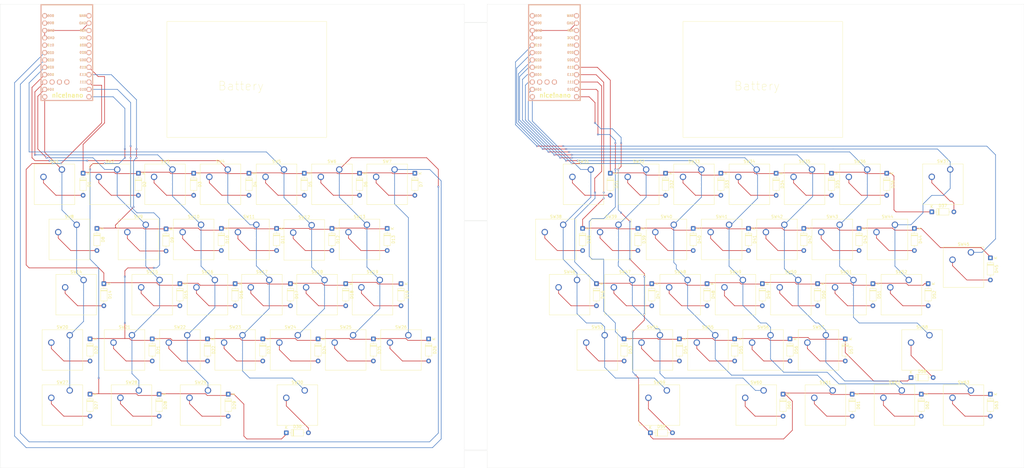
<source format=kicad_pcb>
(kicad_pcb (version 20241229) (generator "pcbnew") (generator_version "9.0")
  (layers (0 "F.Cu" signal) (2 "B.Cu" signal) (13 "F.Paste" user) (15 "B.Paste" user) (5 "F.SilkS" user "F.Silkscreen") (7 "B.SilkS" user "B.Silkscreen") (1 "F.Mask" user) (3 "B.Mask" user) (25 "Edge.Cuts" user))
  (net 0 "")
  (net 1 "Row1")
  (net 2 "Net-(D1-A)")
  (net 3 "Net-(D2-A)")
  (net 4 "Net-(D3-A)")
  (net 5 "Net-(D4-A)")
  (net 6 "Net-(D5-A)")
  (net 7 "Net-(D6-A)")
  (net 8 "Net-(D7-A)")
  (net 9 "Net-(D8-A)")
  (net 10 "Row2")
  (net 11 "Net-(D9-A)")
  (net 12 "Net-(D10-A)")
  (net 13 "Net-(D11-A)")
  (net 14 "Net-(D12-A)")
  (net 15 "Net-(D13-A)")
  (net 16 "Net-(D14-A)")
  (net 17 "Row3")
  (net 18 "Net-(D15-A)")
  (net 19 "Net-(D16-A)")
  (net 20 "Net-(D17-A)")
  (net 21 "Net-(D18-A)")
  (net 22 "Net-(D19-A)")
  (net 23 "Net-(D20-A)")
  (net 24 "Row4")
  (net 25 "Net-(D21-A)")
  (net 26 "Net-(D22-A)")
  (net 27 "Net-(D23-A)")
  (net 28 "Net-(D24-A)")
  (net 29 "Net-(D25-A)")
  (net 30 "Net-(D26-A)")
  (net 31 "Row5")
  (net 32 "Net-(D27-A)")
  (net 33 "Net-(D28-A)")
  (net 34 "Net-(D29-A)")
  (net 35 "Net-(D30-A)")
  (net 36 "Net-(D31-A)")
  (net 37 "Row6")
  (net 38 "Net-(D32-A)")
  (net 39 "Net-(D33-A)")
  (net 40 "Net-(D34-A)")
  (net 41 "Net-(D35-A)")
  (net 42 "Net-(D36-A)")
  (net 43 "Net-(D37-A)")
  (net 44 "Net-(D38-A)")
  (net 45 "Row7")
  (net 46 "Net-(D39-A)")
  (net 47 "Net-(D40-A)")
  (net 48 "Net-(D41-A)")
  (net 49 "Net-(D42-A)")
  (net 50 "Net-(D43-A)")
  (net 51 "Net-(D44-A)")
  (net 52 "Net-(D45-A)")
  (net 53 "Row8")
  (net 54 "Net-(D46-A)")
  (net 55 "Net-(D47-A)")
  (net 56 "Net-(D48-A)")
  (net 57 "Net-(D49-A)")
  (net 58 "Net-(D50-A)")
  (net 59 "Net-(D51-A)")
  (net 60 "Net-(D52-A)")
  (net 61 "Net-(D53-A)")
  (net 62 "Row9")
  (net 63 "Net-(D54-A)")
  (net 64 "Net-(D55-A)")
  (net 65 "Net-(D56-A)")
  (net 66 "Net-(D57-A)")
  (net 67 "Net-(D58-A)")
  (net 68 "Row10")
  (net 69 "Net-(D59-A)")
  (net 70 "Net-(D60-A)")
  (net 71 "Net-(D61-A)")
  (net 72 "Net-(D62-A)")
  (net 73 "Net-(D63-A)")
  (net 74 "Col1")
  (net 75 "Col2")
  (net 76 "Col3")
  (net 77 "Col4")
  (net 78 "Col5")
  (net 79 "Col6")
  (net 80 "Col7")
  (net 81 "Col8")
  (net 82 "Col9")
  (net 83 "Col10")
  (net 84 "Col11")
  (net 85 "Col12")
  (net 86 "Col13")
  (net 87 "Col14")
  (net 88 "Col15")
  (net 89 "Net-(BT1-+)")
  (net 99 "Net-(BT1--)")
  (net 106 "Net-(BT2--)")
  (net 109 "Net-(BT2-+)")
  (footprint "Button_Switch_Keyboard:SW_Cherry_MX_1.00u_PCB" (layer "F.Cu") (at 435.9275 52.07)
    (property "Reference" "SW7")
    (property "Value" "SW_Push")
  )
  (footprint "Diode_THT:D_DO-35_SOD27_P7.62mm_Horizontal" (layer "F.Cu") (at 586.45625 53.34 -90)
    (property "Reference" "D35")
    (property "Value" "1N4148")
  )
  (footprint "Diode_THT:D_DO-35_SOD27_P7.62mm_Horizontal" (layer "F.Cu") (at 400.05 91.44 -90)
    (property "Reference" "D17")
    (property "Value" "1N4148")
  )
  (footprint "Diode_THT:D_DO-35_SOD27_P7.62mm_Horizontal" (layer "F.Cu") (at 557.88125 72.39 -90)
    (property "Reference" "D41")
    (property "Value" "1N4148")
  )
  (footprint "Diode_THT:D_DO-35_SOD27_P7.62mm_Horizontal" (layer "F.Cu") (at 330.99375 129.54 -90)
    (property "Reference" "D27")
    (property "Value" "1N4148")
  )
  (footprint "Button_Switch_Keyboard:SW_Cherry_MX_1.00u_PCB" (layer "F.Cu") (at 563.09 128.27)
    (property "Reference" "SW60")
    (property "Value" "SW_Push")
  )
  (footprint "Diode_THT:D_DO-35_SOD27_P7.62mm_Horizontal" (layer "F.Cu") (at 569.7875 129.54 -90)
    (property "Reference" "D60")
    (property "Value" "1N4148")
  )
  (footprint "Button_Switch_Keyboard:SW_Cherry_MX_1.00u_PCB" (layer "F.Cu") (at 546.42125 109.22)
    (property "Reference" "SW55")
    (property "Value" "SW_Push")
  )
  (footprint "Button_Switch_Keyboard:SW_Cherry_MX_1.00u_PCB" (layer "F.Cu") (at 374.015 90.17)
    (property "Reference" "SW16")
    (property "Value" "SW_Push")
  )
  (footprint "Diode_THT:D_DO-35_SOD27_P7.62mm_Horizontal" (layer "F.Cu") (at 354.80625 129.54 -90)
    (property "Reference" "D28")
    (property "Value" "1N4148")
  )
  (footprint "Button_Switch_Keyboard:SW_Cherry_MX_1.00u_PCB" (layer "F.Cu") (at 411.7975 90.17)
    (property "Reference" "SW18")
    (property "Value" "SW_Push")
  )
  (footprint "Diode_THT:D_DO-35_SOD27_P7.62mm_Horizontal" (layer "F.Cu") (at 378.61875 129.54 -90)
    (property "Reference" "D29")
    (property "Value" "1N4148")
  )
  (footprint "Button_Switch_Keyboard:SW_Cherry_MX_1.00u_PCB" (layer "F.Cu") (at 383.54 109.22)
    (property "Reference" "SW23")
    (property "Value" "SW_Push")
  )
  (footprint "Diode_THT:D_DO-35_SOD27_P7.62mm_Horizontal" (layer "F.Cu") (at 390.525 110.49 -90)
    (property "Reference" "D23")
    (property "Value" "1N4148")
  )
  (footprint "Button_Switch_Keyboard:SW_Cherry_MX_1.00u_PCB" (layer "F.Cu") (at 584.52125 109.22)
    (property "Reference" "SW57")
    (property "Value" "SW_Push")
  )
  (footprint "Diode_THT:D_DO-35_SOD27_P7.62mm_Horizontal" (layer "F.Cu") (at 641.225 129.54 -90)
    (property "Reference" "D63")
    (property "Value" "1N4148")
  )
  (footprint "Button_Switch_Keyboard:SW_Cherry_MX_1.00u_PCB" (layer "F.Cu") (at 416.8775 52.07)
    (property "Reference" "SW6")
    (property "Value" "SW_Push")
  )
  (footprint "Diode_THT:D_DO-35_SOD27_P7.62mm_Horizontal" (layer "F.Cu") (at 366.7125 53.34 -90)
    (property "Reference" "D3")
    (property "Value" "1N4148")
  )
  (footprint "Button_Switch_Keyboard:SW_Cherry_MX_1.00u_PCB" (layer "F.Cu") (at 369.2525 71.12)
    (property "Reference" "SW10")
    (property "Value" "SW_Push")
  )
  (footprint "Button_Switch_Keyboard:SW_Cherry_MX_1.00u_PCB" (layer "F.Cu") (at 404.97125 128.27)
    (property "Reference" "SW30")
    (property "Value" "SW_Push")
  )
  (footprint "nice:nice_nano" (layer "F.Cu") (at 491 13 -90)
    (property "Reference" "U2" (hide yes))
    (property "Value" "nice_nano" (hide yes))
  )
  (footprint "Diode_THT:D_DO-35_SOD27_P7.62mm_Horizontal" (layer "F.Cu") (at 605.50625 53.34 -90)
    (property "Reference" "D36")
    (property "Value" "1N4148")
  )
  (footprint "Diode_THT:D_DO-35_SOD27_P7.62mm_Horizontal" (layer "F.Cu") (at 438.15 91.44 -90)
    (property "Reference" "D19")
    (property "Value" "1N4148")
  )
  (footprint "Diode_THT:D_DO-35_SOD27_P7.62mm_Horizontal" (layer "F.Cu") (at 414.3375 72.39 -90)
    (property "Reference" "D12")
    (property "Value" "1N4148")
  )
  (footprint "Button_Switch_Keyboard:SW_Cherry_MX_1.00u_PCB" (layer "F.Cu") (at 574.99625 90.17)
    (property "Reference" "SW50")
    (property "Value" "SW_Push")
  )
  (footprint "Button_Switch_Keyboard:SW_Cherry_MX_1.00u_PCB" (layer "F.Cu") (at 324.00875 109.22)
    (property "Reference" "SW20")
    (property "Value" "SW_Push")
  )
  (footprint "Button_Switch_Keyboard:SW_Cherry_MX_1.00u_PCB" (layer "F.Cu") (at 402.59 109.22)
    (property "Reference" "SW24")
    (property "Value" "SW_Push")
  )
  (footprint "Button_Switch_Keyboard:SW_Cherry_MX_1.00u_PCB" (layer "F.Cu") (at 529.7525 128.27)
    (property "Reference" "SW59")
    (property "Value" "SW_Push")
  )
  (footprint "Button_Switch_Keyboard:SW_Cherry_MX_1.00u_PCB" (layer "F.Cu") (at 608.33375 71.12)
    (property "Reference" "SW44")
    (property "Value" "SW_Push")
  )
  (footprint "Diode_THT:D_DO-35_SOD27_P7.62mm_Horizontal" (layer "F.Cu") (at 428.625 110.49 -90)
    (property "Reference" "D25")
    (property "Value" "1N4148")
  )
  (footprint "Button_Switch_Keyboard:SW_Cherry_MX_1.00u_PCB" (layer "F.Cu") (at 508.32125 109.22)
    (property "Reference" "SW53")
    (property "Value" "SW_Push")
  )
  (footprint "Diode_THT:D_DO-35_SOD27_P7.62mm_Horizontal" (layer "F.Cu") (at 505.49375 91.44 -90)
    (property "Reference" "D46")
    (property "Value" "1N4148")
  )
  (footprint "Button_Switch_Keyboard:SW_Cherry_MX_1.00u_PCB" (layer "F.Cu") (at 397.8275 52.07)
    (property "Reference" "SW5")
    (property "Value" "SW_Push")
  )
  (footprint "Button_Switch_Keyboard:SW_Cherry_MX_1.00u_PCB" (layer "F.Cu") (at 627.38375 52.04375)
    (property "Reference" "SW37")
    (property "Value" "SW_Push")
  )
  (footprint "Diode_THT:D_DO-35_SOD27_P7.62mm_Horizontal" (layer "F.Cu") (at 572.16875 110.49 -90)
    (property "Reference" "D56")
    (property "Value" "1N4148")
  )
  (footprint "Diode_THT:D_DO-35_SOD27_P7.62mm_Horizontal" (layer "F.Cu") (at 553.11875 110.49 -90)
    (property "Reference" "D55")
    (property "Value" "1N4148")
  )
  (footprint "Button_Switch_Keyboard:SW_Cherry_MX_1.00u_PCB" (layer "F.Cu") (at 321.31 52.07)
    (property "Reference" "SW1")
    (property "Value" "SW_Push")
  )
  (footprint "Button_Switch_Keyboard:SW_Cherry_MX_1.00u_PCB" (layer "F.Cu") (at 527.37125 109.22)
    (property "Reference" "SW54")
    (property "Value" "SW_Push")
  )
  (footprint "Button_Switch_Keyboard:SW_Cherry_MX_1.00u_PCB" (layer "F.Cu") (at 513.08375 71.12)
    (property "Reference" "SW39")
    (property "Value" "SW_Push")
  )
  (footprint "Button_Switch_Keyboard:SW_Cherry_MX_1.00u_PCB" (layer "F.Cu") (at 324.00875 128.27)
    (property "Reference" "SW27")
    (property "Value" "SW_Push")
  )
  (footprint "Diode_THT:D_DO-35_SOD27_P7.62mm_Horizontal" (layer "F.Cu") (at 409.575 110.49 -90)
    (property "Reference" "D24")
    (property "Value" "1N4148")
  )
  (footprint "Button_Switch_Keyboard:SW_Cherry_MX_1.00u_PCB" (layer "F.Cu") (at 541.65875 52.07)
    (property "Reference" "SW33")
    (property "Value" "SW_Push")
  )
  (footprint "Diode_THT:D_DO-35_SOD27_P7.62mm_Horizontal" (layer "F.Cu") (at 419.1 91.44 -90)
    (property "Reference" "D18")
    (property "Value" "1N4148")
  )
  (footprint "Button_Switch_Keyboard:SW_Cherry_MX_1.00u_PCB" (layer "F.Cu") (at 426.4025 71.12)
    (property "Reference" "SW13")
    (property "Value" "SW_Push")
  )
  (footprint "Button_Switch_Keyboard:SW_Cherry_MX_1.00u_PCB" (layer "F.Cu") (at 613.09625 90.17)
    (property "Reference" "SW52")
    (property "Value" "SW_Push")
  )
  (footprint "Diode_THT:D_DO-35_SOD27_P7.62mm_Horizontal" (layer "F.Cu") (at 548.35625 53.34 -90)
    (property "Reference" "D33")
    (property "Value" "1N4148")
  )
  (footprint "Diode_THT:D_DO-35_SOD27_P7.62mm_Horizontal" (layer "F.Cu") (at 395.2875 72.39 -90)
    (property "Reference" "D11")
    (property "Value" "1N4148")
  )
  (footprint "Diode_THT:D_DO-35_SOD27_P7.62mm_Horizontal" (layer "F.Cu") (at 433.3875 72.39 -90)
    (property "Reference" "D13")
    (property "Value" "1N4148")
  )
  (footprint "Button_Switch_Keyboard:SW_Cherry_MX_1.00u_PCB" (layer "F.Cu") (at 359.41 52.07)
    (property "Reference" "SW3")
    (property "Value" "SW_Push")
  )
  (footprint "Diode_THT:D_DO-35_SOD27_P7.62mm_Horizontal" (layer "F.Cu") (at 330.99375 110.49 -90)
    (property "Reference" "D20")
    (property "Value" "1N4148")
  )
  (footprint "Button_Switch_Keyboard:SW_Cherry_MX_1.00u_PCB" (layer "F.Cu") (at 579.75875 52.07)
    (property "Reference" "SW35")
    (property "Value" "SW_Push")
  )
  (footprint "Button_Switch_Keyboard:SW_Cherry_MX_1.00u_PCB" (layer "F.Cu") (at 378.46 52.07)
    (property "Reference" "SW4")
    (property "Value" "SW_Push")
  )
  (footprint "Diode_THT:D_DO-35_SOD27_P7.62mm_Horizontal" (layer "F.Cu") (at 576.93125 72.39 -90)
    (property "Reference" "D42")
    (property "Value" "1N4148")
  )
  (footprint "Diode_THT:D_DO-35_SOD27_P7.62mm_Horizontal" (layer "F.Cu") (at 524.54375 91.44 -90)
    (property "Reference" "D47")
    (property "Value" "1N4148")
  )
  (footprint "Diode_THT:D_DO-35_SOD27_P7.62mm_Horizontal" (layer "F.Cu") (at 562.64375 91.44 -90)
    (property "Reference" "D49")
    (property "Value" "1N4148")
  )
  (footprint "Diode_THT:D_DO-35_SOD27_P7.62mm_Horizontal" (layer "F.Cu") (at 328.6125 53.34 -90)
    (property "Reference" "D1")
    (property "Value" "1N4148")
  )
  (footprint "Diode_THT:D_DO-35_SOD27_P7.62mm_Horizontal" (layer "F.Cu") (at 381 91.44 -90)
    (property "Reference" "D16")
    (property "Value" "1N4148")
  )
  (footprint "Button_Switch_Keyboard:SW_Cherry_MX_1.00u_PCB" (layer "F.Cu") (at 634.5275 128.27)
    (property "Reference" "SW63")
    (property "Value" "SW_Push")
  )
  (footprint "Diode_THT:D_DO-35_SOD27_P7.62mm_Horizontal" (layer "F.Cu") (at 567.40625 53.34 -90)
    (property "Reference" "D34")
    (property "Value" "1N4148")
  )
  (footprint "Diode_THT:D_DO-35_SOD27_P7.62mm_Horizontal" (layer "F.Cu") (at 593.6 129.54 -90)
    (property "Reference" "D61")
    (property "Value" "1N4148")
  )
  (footprint "Diode_THT:D_DO-35_SOD27_P7.62mm_Horizontal" (layer "F.Cu") (at 371.475 110.49 -90)
    (property "Reference" "D22")
    (property "Value" "1N4148")
  )
  (footprint "Button_Switch_Keyboard:SW_Cherry_MX_1.00u_PCB" (layer "F.Cu") (at 620.24 109.22)
    (property "Reference" "SW58")
    (property "Value" "SW_Push")
  )
  (footprint "Button_Switch_Keyboard:SW_Cherry_MX_1.00u_PCB" (layer "F.Cu") (at 517.84625 90.17)
    (property "Reference" "SW47")
    (property "Value" "SW_Push")
  )
  (footprint "Button_Switch_Keyboard:SW_Cherry_MX_1.00u_PCB" (layer "F.Cu") (at 610.715 128.27)
    (property "Reference" "SW62")
    (property "Value" "SW_Push")
  )
  (footprint "Diode_THT:D_DO-35_SOD27_P7.62mm_Horizontal" (layer "F.Cu") (at 442.9125 53.34 -90)
    (property "Reference" "D7")
    (property "Value" "1N4148")
  )
  (footprint "Button_Switch_Keyboard:SW_Cherry_MX_1.00u_PCB" (layer "F.Cu") (at 326.39 71.12)
    (property "Reference" "SW8")
    (property "Value" "SW_Push")
  )
  (footprint "Button_Switch_Keyboard:SW_Cherry_MX_1.00u_PCB" (layer "F.Cu") (at 440.69 109.22)
    (property "Reference" "SW26")
    (property "Value" "SW_Push")
  )
  (footprint "Diode_THT:D_DO-35_SOD27_P7.62mm_Horizontal" (layer "F.Cu") (at 617.4125 129.54 -90)
    (property "Reference" "D62")
    (property "Value" "1N4148")
  )
  (footprint "Button_Switch_Keyboard:SW_Cherry_MX_1.00u_PCB" (layer "F.Cu") (at 388.3025 71.12)
    (property "Reference" "SW11")
    (property "Value" "SW_Push")
  )
  (footprint "Diode_THT:D_DO-35_SOD27_P7.62mm_Horizontal" (layer "F.Cu") (at 538.83125 72.39 -90)
    (property "Reference" "D40")
    (property "Value" "1N4148")
  )
  (footprint "Diode_THT:D_DO-35_SOD27_P7.62mm_Horizontal" (layer "F.Cu") (at 398.62125 142.875)
    (property "Reference" "D30")
    (property "Value" "1N4148")
  )
  (footprint "Diode_THT:D_DO-35_SOD27_P7.62mm_Horizontal" (layer "F.Cu") (at 333.375 72.39 -90)
    (property "Reference" "D8")
    (property "Value" "1N4148")
  )
  (footprint "Button_Switch_Keyboard:SW_Cherry_MX_1.00u_PCB" (layer "F.Cu") (at 498.79625 90.17)
    (property "Reference" "SW46")
    (property "Value" "SW_Push")
  )
  (footprint "Button_Switch_Keyboard:SW_Cherry_MX_1.00u_PCB" (layer "F.Cu") (at 347.82125 128.27)
    (property "Reference" "SW28")
    (property "Value" "SW_Push")
  )
  (footprint "Diode_THT:D_DO-35_SOD27_P7.62mm_Horizontal" (layer "F.Cu") (at 347.6625 53.34 -90)
    (property "Reference" "D2")
    (property "Value" "1N4148")
  )
  (footprint "Button_Switch_Keyboard:SW_Cherry_MX_1.00u_PCB" (layer "F.Cu") (at 565.47125 109.22)
    (property "Reference" "SW56")
    (property "Value" "SW_Push")
  )
  (footprint "Diode_THT:D_DO-35_SOD27_P7.62mm_Horizontal" (layer "F.Cu") (at 581.69375 91.44 -90)
    (property "Reference" "D50")
    (property "Value" "1N4148")
  )
  (footprint "Button_Switch_Keyboard:SW_Cherry_MX_1.00u_PCB" (layer "F.Cu") (at 598.80875 52.07)
    (property "Reference" "SW36")
    (property "Value" "SW_Push")
  )
  (footprint "Diode_THT:D_DO-35_SOD27_P7.62mm_Horizontal" (layer "F.Cu") (at 534.06875 110.49 -90)
    (property "Reference" "D54")
    (property "Value" "1N4148")
  )
  (footprint "Diode_THT:D_DO-35_SOD27_P7.62mm_Horizontal" (layer "F.Cu") (at 510.25625 53.34 -90)
    (property "Reference" "D31")
    (property "Value" "1N4148")
  )
  (footprint "Diode_THT:D_DO-35_SOD27_P7.62mm_Horizontal" (layer "F.Cu") (at 591.21875 110.49 -90)
    (property "Reference" "D57")
    (property "Value" "1N4148")
  )
  (footprint "Diode_THT:D_DO-35_SOD27_P7.62mm_Horizontal" (layer "F.Cu") (at 519.78125 72.39 -90)
    (property "Reference" "D39")
    (property "Value" "1N4148")
  )
  (footprint "Button_Switch_Keyboard:SW_Cherry_MX_1.00u_PCB" (layer "F.Cu") (at 555.94625 90.17)
    (property "Reference" "SW49")
    (property "Value" "SW_Push")
  )
  (footprint "Diode_THT:D_DO-35_SOD27_P7.62mm_Horizontal" (layer "F.Cu") (at 352.425 110.49 -90)
    (property "Reference" "D21")
    (property "Value" "1N4148")
  )
  (footprint "Button_Switch_Keyboard:SW_Cherry_MX_1.00u_PCB" (layer "F.Cu") (at 570.23375 71.12)
    (property "Reference" "SW42")
    (property "Value" "SW_Push")
  )
  (footprint "Diode_THT:D_DO-35_SOD27_P7.62mm_Horizontal" (layer "F.Cu") (at 376.2375 72.39 -90)
    (property "Reference" "D10")
    (property "Value" "1N4148")
  )
  (footprint "Button_Switch_Keyboard:SW_Cherry_MX_1.00u_PCB" (layer "F.Cu") (at 503.55875 52.07)
    (property "Reference" "SW31")
    (property "Value" "SW_Push")
  )
  (footprint "Button_Switch_Keyboard:SW_Cherry_MX_1.00u_PCB" (layer "F.Cu") (at 421.64 109.22)
    (property "Reference" "SW25")
    (property "Value" "SW_Push")
  )
  (footprint "Diode_THT:D_DO-35_SOD27_P7.62mm_Horizontal" (layer "F.Cu") (at 621.03375 66.675)
    (property "Reference" "D37")
    (property "Value" "1N4148")
  )
  (footprint "Diode_THT:D_DO-35_SOD27_P7.62mm_Horizontal" (layer "F.Cu") (at 641.225 82.55 -90)
    (property "Reference" "D45")
    (property "Value" "1N4148")
  )
  (footprint "Button_Switch_Keyboard:SW_Cherry_MX_1.00u_PCB" (layer "F.Cu") (at 354.965 90.17)
    (property "Reference" "SW15")
    (property "Value" "SW_Push")
  )
  (footprint "Button_Switch_Keyboard:SW_Cherry_MX_1.00u_PCB" (layer "F.Cu") (at 430.8475 90.17)
    (property "Reference" "SW19")
    (property "Value" "SW_Push")
  )
  (footprint "Diode_THT:D_DO-35_SOD27_P7.62mm_Horizontal" (layer "F.Cu") (at 595.98125 72.39 -90)
    (property "Reference" "D43")
    (property "Value" "1N4148")
  )
  (footprint "Diode_THT:D_DO-35_SOD27_P7.62mm_Horizontal" (layer "F.Cu") (at 529.30625 53.34 -90)
    (property "Reference" "D32")
    (property "Value" "1N4148")
  )
  (footprint "Diode_THT:D_DO-35_SOD27_P7.62mm_Horizontal" (layer "F.Cu") (at 447.675 110.49 -90)
    (property "Reference" "D26")
    (property "Value" "1N4148")
  )
  (footprint "Diode_THT:D_DO-35_SOD27_P7.62mm_Horizontal" (layer "F.Cu") (at 404.8125 53.34 -90)
    (property "Reference" "D5")
    (property "Value" "1N4148")
  )
  (footprint "Button_Switch_Keyboard:SW_Cherry_MX_1.00u_PCB" (layer "F.Cu") (at 594.04625 90.17)
    (property "Reference" "SW51")
    (property "Value" "SW_Push")
  )
  (footprint "Button_Switch_Keyboard:SW_Cherry_MX_1.00u_PCB" (layer "F.Cu") (at 350.2025 71.12)
    (property "Reference" "SW9")
    (property "Value" "SW_Push")
  )
  (footprint "Button_Switch_Keyboard:SW_Cherry_MX_1.00u_PCB" (layer "F.Cu") (at 345.44 109.22)
    (property "Reference" "SW21")
    (property "Value" "SW_Push")
  )
  (footprint "Diode_THT:D_DO-35_SOD27_P7.62mm_Horizontal" (layer "F.Cu") (at 423.8625 53.34 -90)
    (property "Reference" "D6")
    (property "Value" "1N4148")
  )
  (footprint "Button_Switch_Keyboard:SW_Cherry_MX_1.00u_PCB" (layer "F.Cu") (at 586.9025 128.27)
    (property "Reference" "SW61")
    (property "Value" "SW_Push")
  )
  (footprint "Diode_THT:D_DO-35_SOD27_P7.62mm_Horizontal" (layer "F.Cu") (at 543.59375 91.44 -90)
    (property "Reference" "D48")
    (property "Value" "1N4148")
  )
  (footprint "Diode_THT:D_DO-35_SOD27_P7.62mm_Horizontal" (layer "F.Cu") (at 385.7625 53.34 -90)
    (property "Reference" "D4")
    (property "Value" "1N4148")
  )
  (footprint "Button_Switch_Keyboard:SW_Cherry_MX_1.00u_PCB" (layer "F.Cu") (at 392.7475 90.17)
    (property "Reference" "SW17")
    (property "Value" "SW_Push")
  )
  (footprint "Diode_THT:D_DO-35_SOD27_P7.62mm_Horizontal" (layer "F.Cu") (at 600.74375 91.44 -90)
    (property "Reference" "D51")
    (property "Value" "1N4148")
  )
  (footprint "Diode_THT:D_DO-35_SOD27_P7.62mm_Horizontal" (layer "F.Cu") (at 524.0675 142.875)
    (property "Reference" "D59")
    (property "Value" "1N4148")
  )
  (footprint "Diode_THT:D_DO-35_SOD27_P7.62mm_Horizontal" (layer "F.Cu") (at 515.01875 110.49 -90)
    (property "Reference" "D53")
    (property "Value" "1N4148")
  )
  (footprint "Button_Switch_Keyboard:SW_Cherry_MX_1.00u_PCB" (layer "F.Cu") (at 328.77125 90.17)
    (property "Reference" "SW14")
    (property "Value" "SW_Push")
  )
  (footprint "Button_Switch_Keyboard:SW_Cherry_MX_1.00u_PCB" (layer "F.Cu") (at 589.28375 71.12)
    (property "Reference" "SW43")
    (property "Value" "SW_Push")
  )
  (footprint "Diode_THT:D_DO-35_SOD27_P7.62mm_Horizontal" (layer "F.Cu") (at 500.73125 72.39 -90)
    (property "Reference" "D38")
    (property "Value" "1N4148")
  )
  (footprint "Button_Switch_Keyboard:SW_Cherry_MX_1.00u_PCB" (layer "F.Cu") (at 551.18375 71.12)
    (property "Reference" "SW41")
    (property "Value" "SW_Push")
  )
  (footprint "Button_Switch_Keyboard:SW_Cherry_MX_1.00u_PCB" (layer "F.Cu") (at 532.13375 71.12)
    (property "Reference" "SW40")
    (property "Value" "SW_Push")
  )
  (footprint "Button_Switch_Keyboard:SW_Cherry_MX_1.00u_PCB" (layer "F.Cu") (at 560.70875 52.07)
    (property "Reference" "SW34")
    (property "Value" "SW_Push")
  )
  (footprint "Button_Switch_Keyboard:SW_Cherry_MX_1.00u_PCB" (layer "F.Cu") (at 364.49 109.22)
    (property "Reference" "SW22")
    (property "Value" "SW_Push")
  )
  (footprint "Diode_THT:D_DO-35_SOD27_P7.62mm_Horizontal" (layer "F.Cu") (at 357.1875 72.54875 -90)
    (property "Reference" "D9")
    (property "Value" "1N4148")
  )
  (footprint "Button_Switch_Keyboard:SW_Cherry_MX_1.00u_PCB" (layer "F.Cu") (at 340.36 52.07)
    (property "Reference" "SW2")
    (property "Value" "SW_Push")
  )
  (footprint "Button_Switch_Keyboard:SW_Cherry_MX_1.00u_PCB" (layer "F.Cu") (at 536.89625 90.17)
    (property "Reference" "SW48")
    (property "Value" "SW_Push")
  )
  (footprint "Button_Switch_Keyboard:SW_Cherry_MX_1.00u_PCB" (layer "F.Cu") (at 494.03375 71.12)
    (property "Reference" "SW38")
    (property "Value" "SW_Push")
  )
  (footprint "Button_Switch_Keyboard:SW_Cherry_MX_1.00u_PCB" (layer "F.Cu") (at 407.3525 71.27875)
    (property "Reference" "SW12")
    (property "Value" "SW_Push")
  )
  (footprint "Diode_THT:D_DO-35_SOD27_P7.62mm_Horizontal" (layer "F.Cu") (at 335.75625 91.44 -90)
    (property "Reference" "D14")
    (property "Value" "1N4148")
  )
  (footprint "Button_Switch_Keyboard:SW_Cherry_MX_1.00u_PCB" (layer "F.Cu") (at 371.63375 128.27)
    (property "Reference" "SW29")
    (property "Value" "SW_Push")
  )
  (footprint "Button_Switch_Keyboard:SW_Cherry_MX_1.00u_PCB" (layer "F.Cu") (at 634.5275 80.645)
    (property "Reference" "SW45")
    (property "Value" "SW_Push")
  )
  (footprint "nice:nice_nano" (layer "F.Cu") (at 323 13 -90)
    (property "Reference" "U1" (hide yes))
    (property "Value" "nice_nano" (hide yes))
  )
  (footprint "Button_Switch_Keyboard:SW_Cherry_MX_1.00u_PCB" (layer "F.Cu") (at 522.60875 52.07)
    (property "Reference" "SW32")
    (property "Value" "SW_Push")
  )
  (footprint "Diode_THT:D_DO-35_SOD27_P7.62mm_Horizontal" (layer "F.Cu") (at 361.95 91.44 -90)
    (property "Reference" "D15")
    (property "Value" "1N4148")
  )
  (footprint "Diode_THT:D_DO-35_SOD27_P7.62mm_Horizontal" (layer "F.Cu") (at 615.03125 72.39 -90)
    (property "Reference" "D44")
    (property "Value" "1N4148")
  )
  (footprint "Diode_THT:D_DO-35_SOD27_P7.62mm_Horizontal" (layer "F.Cu") (at 619.79375 91.44 -90)
    (property "Reference" "D52")
    (property "Value" "1N4148")
  )
  (footprint "Diode_THT:D_DO-35_SOD27_P7.62mm_Horizontal" (layer "F.Cu") (at 613.89 123.825)
    (property "Reference" "D58")
    (property "Value" "1N4148")
  )
  (gr_rect (start 357.5 1) (end 412.5 41) (stroke (width 0.1)) (fill no) (layer "F.SilkS"))
  (gr_rect (start 535.30625 1) (end 590.30625 41) (stroke (width 0.1)) (fill no) (layer "F.SilkS"))
  (gr_line (start 460 1.2) (end 460 -5) (stroke (width 0.05)) (layer "Edge.Cuts"))
  (gr_line (start 300 155) (end 460 155) (stroke (width 0.05)) (layer "Edge.Cuts"))
  (gr_line (start 467.80625 155) (end 467.80625 149) (stroke (width 0.05)) (layer "Edge.Cuts"))
  (gr_line (start 460 148.8) (end 467.8 148.8) (stroke (width 0.05)) (layer "Edge.Cuts"))
  (gr_line (start 467.80625 -5) (end 652.80625 -5) (stroke (width 0.05)) (layer "Edge.Cuts"))
  (gr_line (start 460 69.8) (end 467.8 69.8) (stroke (width 0.05)) (layer "Edge.Cuts"))
  (gr_line (start 460 69.6) (end 460 1.4) (stroke (width 0.05)) (layer "Edge.Cuts"))
  (gr_line (start 300 -5) (end 300 155) (stroke (width 0.05)) (layer "Edge.Cuts"))
  (gr_line (start 460 149) (end 467.80625 149) (stroke (width 0.05)) (layer "Edge.Cuts"))
  (gr_line (start 460 1.2) (end 467.8 1.2) (stroke (width 0.05)) (layer "Edge.Cuts"))
  (gr_line (start 460 155) (end 460 149) (stroke (width 0.05)) (layer "Edge.Cuts"))
  (gr_line (start 652.80625 -5) (end 652.80625 155) (stroke (width 0.05)) (layer "Edge.Cuts"))
  (gr_line (start 652.80625 155) (end 467.80625 155) (stroke (width 0.05)) (layer "Edge.Cuts"))
  (gr_line (start 467.80625 1.2) (end 467.80625 -5) (stroke (width 0.05)) (layer "Edge.Cuts"))
  (gr_line (start 460 69.6) (end 467.8 69.6) (stroke (width 0.05)) (layer "Edge.Cuts"))
  (gr_line (start 467.8 69.6) (end 467.8 1.4) (stroke (width 0.05)) (layer "Edge.Cuts"))
  (gr_line (start 460 1.4) (end 467.8 1.4) (stroke (width 0.05)) (layer "Edge.Cuts"))
  (gr_line (start 467.8 148.8) (end 467.8 69.8) (stroke (width 0.05)) (layer "Edge.Cuts"))
  (gr_line (start 460 148.8) (end 460 69.8) (stroke (width 0.05)) (layer "Edge.Cuts"))
  (gr_line (start 460 -5) (end 300 -5) (stroke (width 0.05)) (layer "Edge.Cuts"))
  (gr_text "Battery" (at 552.80625 25 0) (layer "F.SilkS") (effects (font (size 3 3) (thickness 0.1)) (justify left bottom)))
  (gr_text "Battery" (at 375 25 0) (layer "F.SilkS") (effects (font (size 3 3) (thickness 0.1)) (justify left bottom)))
  (segment (start 328.897843 53.054657) (end 339.363343 53.054657) (width 0.2) (layer "F.Cu") (net 1))
  (segment (start 404.8125 53.34) (end 404.9435 53.209) (width 0.2) (layer "F.Cu") (net 1))
  (segment (start 339.363343 53.054657) (end 339.779686 53.471) (width 0.2) (layer "F.Cu") (net 1))
  (segment (start 366.8435 53.209) (end 377.617686 53.209) (width 0.2) (layer "F.Cu") (net 1))
  (segment (start 366.7125 53.34) (end 366.8435 53.209) (width 0.2) (layer "F.Cu") (net 1))
  (segment (start 348.0025 53) (end 358.358686 53) (width 0.2) (layer "F.Cu") (net 1))
  (segment (start 333.81 20) (end 330.62 16.81) (width 0.2) (layer "F.Cu") (net 1))
  (segment (start 397.247186 53.471) (end 404.6815 53.471) (width 0.2) (layer "F.Cu") (net 1))
  (segment (start 377.879686 53.471) (end 385.6315 53.471) (width 0.2) (layer "F.Cu") (net 1))
  (segment (start 336 20) (end 333.81 20) (width 0.2) (layer "F.Cu") (net 1))
  (segment (start 435.085186 53.209) (end 435.347186 53.471) (width 0.2) (layer "F.Cu") (net 1))
  (segment (start 347.6625 53.34) (end 348.0025 53) (width 0.2) (layer "F.Cu") (net 1))
  (segment (start 423.8625 53.34) (end 423.9935 53.209) (width 0.2) (layer "F.Cu") (net 1))
  (segment (start 396.985186 53.209) (end 397.247186 53.471) (width 0.2) (layer "F.Cu") (net 1))
  (segment (start 366.5815 53.471) (end 366.7125 53.34) (width 0.2) (layer "F.Cu") (net 1))
  (segment (start 435.347186 53.471) (end 442.7815 53.471) (width 0.2) (layer "F.Cu") (net 1))
  (segment (start 416.297186 53.471) (end 423.7315 53.471) (width 0.2) (layer "F.Cu") (net 1))
  (segment (start 442.7815 53.471) (end 442.9125 53.34) (width 0.2) (layer "F.Cu") (net 1))
  (segment (start 328.6125 53.34) (end 328.897843 53.054657) (width 0.2) (layer "F.Cu") (net 1))
  (segment (start 336 36) (end 336 20) (width 0.2) (layer "F.Cu") (net 1))
  (segment (start 339.779686 53.471) (end 347.5315 53.471) (width 0.2) (layer "F.Cu") (net 1))
  (segment (start 358.829686 53.471) (end 366.5815 53.471) (width 0.2) (layer "F.Cu") (net 1))
  (segment (start 328.6125 53.34) (end 328.6125 43.3875) (width 0.2) (layer "F.Cu") (net 1))
  (segment (start 404.6815 53.471) (end 404.8125 53.34) (width 0.2) (layer "F.Cu") (net 1))
  (segment (start 423.7315 53.471) (end 423.8625 53.34) (width 0.2) (layer "F.Cu") (net 1))
  (segment (start 385.6315 53.471) (end 385.7625 53.34) (width 0.2) (layer "F.Cu") (net 1))
  (segment (start 358.358686 53) (end 358.829686 53.471) (width 0.2) (layer "F.Cu") (net 1))
  (segment (start 404.9435 53.209) (end 416.035186 53.209) (width 0.2) (layer "F.Cu") (net 1))
  (segment (start 328.6125 43.3875) (end 336 36) (width 0.2) (layer "F.Cu") (net 1))
  (segment (start 385.7625 53.34) (end 385.8935 53.209) (width 0.2) (layer "F.Cu") (net 1))
  (segment (start 377.617686 53.209) (end 377.879686 53.471) (width 0.2) (layer "F.Cu") (net 1))
  (segment (start 416.035186 53.209) (end 416.297186 53.471) (width 0.2) (layer "F.Cu") (net 1))
  (segment (start 385.8935 53.209) (end 396.985186 53.209) (width 0.2) (layer "F.Cu") (net 1))
  (segment (start 423.9935 53.209) (end 435.085186 53.209) (width 0.2) (layer "F.Cu") (net 1))
  (segment (start 347.5315 53.471) (end 347.6625 53.34) (width 0.2) (layer "F.Cu") (net 1))
  (segment (start 314.96 56.664816) (end 319.255184 60.96) (width 0.2) (layer "F.Cu") (net 2))
  (segment (start 319.255184 60.96) (end 328.6125 60.96) (width 0.2) (layer "F.Cu") (net 2))
  (segment (start 314.96 54.61) (end 314.96 56.664816) (width 0.2) (layer "F.Cu") (net 2))
  (segment (start 338.305184 60.96) (end 347.6625 60.96) (width 0.2) (layer "F.Cu") (net 3))
  (segment (start 334.01 56.664816) (end 338.305184 60.96) (width 0.2) (layer "F.Cu") (net 3))
  (segment (start 334.01 54.61) (end 334.01 56.664816) (width 0.2) (layer "F.Cu") (net 3))
  (segment (start 353.06 56.664816) (end 357.355184 60.96) (width 0.2) (layer "F.Cu") (net 4))
  (segment (start 353.06 54.61) (end 353.06 56.664816) (width 0.2) (layer "F.Cu") (net 4))
  (segment (start 357.355184 60.96) (end 366.7125 60.96) (width 0.2) (layer "F.Cu") (net 4))
  (segment (start 372.11 56.664816) (end 376.405184 60.96) (width 0.2) (layer "F.Cu") (net 5))
  (segment (start 376.405184 60.96) (end 385.7625 60.96) (width 0.2) (layer "F.Cu") (net 5))
  (segment (start 372.11 54.61) (end 372.11 56.664816) (width 0.2) (layer "F.Cu") (net 5))
  (segment (start 391.4775 56.664816) (end 395.772684 60.96) (width 0.2) (layer "F.Cu") (net 6))
  (segment (start 395.772684 60.96) (end 404.8125 60.96) (width 0.2) (layer "F.Cu") (net 6))
  (segment (start 391.4775 54.61) (end 391.4775 56.664816) (width 0.2) (layer "F.Cu") (net 6))
  (segment (start 410.5275 54.61) (end 410.5275 56.664816) (width 0.2) (layer "F.Cu") (net 7))
  (segment (start 410.5275 56.664816) (end 414.822684 60.96) (width 0.2) (layer "F.Cu") (net 7))
  (segment (start 414.822684 60.96) (end 423.8625 60.96) (width 0.2) (layer "F.Cu") (net 7))
  (segment (start 433.872684 60.96) (end 442.9125 60.96) (width 0.2) (layer "F.Cu") (net 8))
  (segment (start 429.5775 56.664816) (end 433.872684 60.96) (width 0.2) (layer "F.Cu") (net 8))
  (segment (start 429.5775 54.61) (end 429.5775 56.664816) (width 0.2) (layer "F.Cu") (net 8))
  (segment (start 320.04 75.714816) (end 324.335184 80.01) (width 0.2) (layer "F.Cu") (net 9))
  (segment (start 324.335184 80.01) (end 333.375 80.01) (width 0.2) (layer "F.Cu") (net 9))
  (segment (start 320.04 73.66) (end 320.04 75.714816) (width 0.2) (layer "F.Cu") (net 9))
  (segment (start 368.259 72.259) (end 369 73) (width 0.2) (layer "F.Cu") (net 10))
  (segment (start 376.3685 72.259) (end 387.460186 72.259) (width 0.2) (layer "F.Cu") (net 10))
  (segment (start 395.1565 72.521) (end 395.2875 72.39) (width 0.2) (layer "F.Cu") (net 10))
  (segment (start 387.722186 72.521) (end 395.1565 72.521) (width 0.2) (layer "F.Cu") (net 10))
  (segment (start 425.822186 72.521) (end 433.2565 72.521) (width 0.2) (layer "F.Cu") (net 10))
  (segment (start 349.649936 72.54875) (end 357.1875 72.54875) (width 0.2) (layer "F.Cu") (net 10))
  (segment (start 414.3375 72.39) (end 414.4685 72.259) (width 0.2) (layer "F.Cu") (net 10))
  (segment (start 340 71) (end 339.741 71.259) (width 0.2) (layer "F.Cu") (net 10))
  (segment (start 425.560186 72.259) (end 425.822186 72.521) (width 0.2) (layer "F.Cu") (net 10))
  (segment (start 333.375 72.39) (end 333.506 72.259) (width 0.2) (layer "F.Cu") (net 10))
  (segment (start 414.4685 72.259) (end 425.560186 72.259) (width 0.2) (layer "F.Cu") (net 10))
  (segment (start 340 72.259) (end 349.360186 72.259) (width 0.2) (layer "F.Cu") (net 10))
  (segment (start 406.482436 72.39) (end 406.772186 72.67975) (width 0.2) (layer "F.Cu") (net 10))
  (segment (start 414.04775 72.67975) (end 414.3375 72.39) (width 0.2) (layer "F.Cu") (net 10))
  (segment (start 369 73) (end 375.6275 73) (width 0.2) (layer "F.Cu") (net 10))
  (segment (start 333.506 72.259) (end 340 72.259) (width 0.2) (layer "F.Cu") (net 10))
  (segment (start 406.772186 72.67975) (end 414.04775 72.67975) (width 0.2) (layer "F.Cu") (net 10))
  (segment (start 375.6275 73) (end 376.2375 72.39) (width 0.2) (layer "F.Cu") (net 10))
  (segment (start 395.2875 72.39) (end 406.482436 72.39) (width 0.2) (layer "F.Cu") (net 10))
  (segment (start 357.47725 72.259) (end 368.259 72.259) (width 0.2) (layer "F.Cu") (net 10))
  (segment (start 339.741 72) (end 340 72.259) (width 0.2) (layer "F.Cu") (net 10))
  (segment (start 347 45) (end 347 48) (width 0.2) (layer "F.Cu") (net 10))
  (segment (start 357.1875 72.54875) (end 357.47725 72.259) (width 0.2) (layer "F.Cu") (net 10))
  (segment (start 376.2375 72.39) (end 376.3685 72.259) (width 0.2) (layer "F.Cu") (net 10))
  (segment (start 349.360186 72.259) (end 349.649936 72.54875) (width 0.2) (layer "F.Cu") (net 10))
  (segment (start 433.2565 72.521) (end 433.3875 72.39) (width 0.2) (layer "F.Cu") (net 10))
  (segment (start 387.460186 72.259) (end 387.722186 72.521) (width 0.2) (layer "F.Cu") (net 10))
  (segment (start 339.741 71.259) (end 339.741 72) (width 0.2) (layer "F.Cu") (net 10))
  (segment (start 346 65) (end 340 71) (width 0.2) (layer "F.Cu") (net 10))
  (via (at 347 45) (size 0.6) (drill 0.3) (layers "F.Cu" "B.Cu") (net 10))
  (via (at 346 65) (size 0.6) (drill 0.3) (layers "F.Cu" "B.Cu") (net 10))
  (via (at 347 48) (size 0.6) (drill 0.3) (layers "F.Cu" "B.Cu") (net 10))
  (segment (start 330.62 19.35) (end 338.35 19.35) (width 0.2) (layer "B.Cu") (net 10))
  (segment (start 338.35 19.35) (end 339 20) (width 0.2) (layer "B.Cu") (net 10))
  (segment (start 346 49) (end 346 65) (width 0.2) (layer "B.Cu") (net 10))
  (segment (start 339 20) (end 347 28) (width 0.2) (layer "B.Cu") (net 10))
  (segment (start 347 48) (end 346 49) (width 0.2) (layer "B.Cu") (net 10))
  (segment (start 347 28) (end 347 45) (width 0.2) (layer "B.Cu") (net 10))
  (segment (start 348.16875 80.16875) (end 357.1875 80.16875) (width 0.2) (layer "F.Cu") (net 11))
  (segment (start 343.8525 73.66) (end 343.8525 75.8525) (width 0.2) (layer "F.Cu") (net 11))
  (segment (start 343.8525 75.8525) (end 348.16875 80.16875) (width 0.2) (layer "F.Cu") (net 11))
  (segment (start 367.01 80.01) (end 376.2375 80.01) (width 0.2) (layer "F.Cu") (net 12))
  (segment (start 362.9025 73.66) (end 362.9025 75.9025) (width 0.2) (layer "F.Cu") (net 12))
  (segment (start 362.9025 75.9025) (end 367.01 80.01) (width 0.2) (layer "F.Cu") (net 12))
  (segment (start 381.9525 73.66) (end 381.9525 75.9525) (width 0.2) (layer "F.Cu") (net 13))
  (segment (start 386.01 80.01) (end 395.2875 80.01) (width 0.2) (layer "F.Cu") (net 13))
  (segment (start 381.9525 75.9525) (end 386.01 80.01) (width 0.2) (layer "F.Cu") (net 13))
  (segment (start 401.0025 75.873566) (end 405.138934 80.01) (width 0.2) (layer "F.Cu") (net 14))
  (segment (start 405.138934 80.01) (end 414.3375 80.01) (width 0.2) (layer "F.Cu") (net 14))
  (segment (start 401.0025 73.81875) (end 401.0025 75.873566) (width 0.2) (layer "F.Cu") (net 14))
  (segment (start 424.347684 80.01) (end 433.3875 80.01) (width 0.2) (layer "F.Cu") (net 15))
  (segment (start 420.0525 75.714816) (end 424.347684 80.01) (width 0.2) (layer "F.Cu") (net 15))
  (segment (start 420.0525 73.66) (end 420.0525 75.714816) (width 0.2) (layer "F.Cu") (net 15))
  (segment (start 322.42125 94.764816) (end 326.716434 99.06) (width 0.2) (layer "F.Cu") (net 16))
  (segment (start 322.42125 92.71) (end 322.42125 94.764816) (width 0.2) (layer "F.Cu") (net 16))
  (segment (start 326.716434 99.06) (end 335.75625 99.06) (width 0.2) (layer "F.Cu") (net 16))
  (segment (start 362.081 91.309) (end 368.245314 91.309) (width 0.2) (layer "F.Cu") (net 17))
  (segment (start 418.54 92) (end 419.1 91.44) (width 0.2) (layer "F.Cu") (net 17))
  (segment (start 381 91.44) (end 381.131 91.309) (width 0.2) (layer "F.Cu") (net 17))
  (segment (start 419.1 91.44) (end 419.54 91) (width 0.2) (layer "F.Cu") (net 17))
  (segment (start 381.131 91.309) (end 391.905186 91.309) (width 0.2) (layer "F.Cu") (net 17))
  (segment (start 429.696186 91) (end 430.267186 91.571) (width 0.2) (layer "F.Cu") (net 17))
  (segment (start 335.75625 91.44) (end 336.103093 91.093157) (width 0.2) (layer "F.Cu") (net 17))
  (segment (start 361.95 91.44) (end 362.081 91.309) (width 0.2) (layer "F.Cu") (net 17))
  (segment (start 353.906843 91.093157) (end 354.813686 92) (width 0.2) (layer "F.Cu") (net 17))
  (segment (start 368.936314 92) (end 380.44 92) (width 0.2) (layer "F.Cu") (net 17))
  (segment (start 311 50) (end 318 50) (width 0.2) (layer "F.Cu") (net 17))
  (segment (start 400.181 91.309) (end 410.955186 91.309) (width 0.2) (layer "F.Cu") (net 17))
  (segment (start 419.54 91) (end 429.696186 91) (width 0.2) (layer "F.Cu") (net 17))
  (segment (start 354.813686 92) (end 361.39 92) (width 0.2) (layer "F.Cu") (net 17))
  (segment (start 391.905186 91.309) (end 392.167186 91.571) (width 0.2) (layer "F.Cu") (net 17))
  (segment (start 335.75625 87.75625) (end 334 86) (width 0.2) (layer "F.Cu") (net 17))
  (segment (start 331.73 23) (end 330.62 21.89) (width 0.2) (layer "F.Cu") (net 17))
  (segment (start 309 85) (end 309 52) (width 0.2) (layer "F.Cu") (net 17))
  (segment (start 380.44 92) (end 381 91.44) (width 0.2) (layer "F.Cu") (net 17))
  (segment (start 361.39 92) (end 361.95 91.44) (width 0.2) (layer "F.Cu") (net 17))
  (segment (start 321 50) (end 335 36) (width 0.2) (layer "F.Cu") (net 17))
  (segment (start 411.646186 92) (end 418.54 92) (width 0.2) (layer "F.Cu") (net 17))
  (segment (start 430.267186 91.571) (end 438.019 91.571) (width 0.2) (layer "F.Cu") (net 17))
  (segment (start 309 52) (end 311 50) (width 0.2) (layer "F.Cu") (net 17))
  (segment (start 335.75625 91.44) (end 335.75625 87.75625) (width 0.2) (layer "F.Cu") (net 17))
  (segment (start 368.245314 91.309) (end 368.936314 92) (width 0.2) (layer "F.Cu") (net 17))
  (segment (start 334 86) (end 310 86) (width 0.2) (layer "F.Cu") (net 17))
  (segment (start 335 23) (end 331.73 23) (width 0.2) (layer "F.Cu") (net 17))
  (segment (start 399.919 91.571) (end 400.05 91.44) (width 0.2) (layer "F.Cu") (net 17))
  (segment (start 400.05 91.44) (end 400.181 91.309) (width 0.2) (layer "F.Cu") (net 17))
  (segment (start 310 86) (end 309 85) (width 0.2) (layer "F.Cu") (net 17))
  (segment (start 438.019 91.571) (end 438.15 91.44) (width 0.2) (layer "F.Cu") (net 17))
  (segment (start 392.167186 91.571) (end 399.919 91.571) (width 0.2) (layer "F.Cu") (net 17))
  (segment (start 336.103093 91.093157) (end 353.906843 91.093157) (width 0.2) (layer "F.Cu") (net 17))
  (segment (start 410.955186 91.309) (end 411.646186 92) (width 0.2) (layer "F.Cu") (net 17))
  (segment (start 335 36) (end 335 23) (width 0.2) (layer "F.Cu") (net 17))
  (via (at 318 50) (size 0.6) (drill 0.3) (layers "F.Cu" "B.Cu") (net 17))
  (via (at 321 50) (size 0.6) (drill 0.3) (layers "F.Cu" "B.Cu") (net 17))
  (segment (start 318 50) (end 321 50) (width 0.2) (layer "B.Cu") (net 17))
  (segment (start 348.615 94.764816) (end 352.910184 99.06) (width 0.2) (layer "F.Cu") (net 18))
  (segment (start 352.910184 99.06) (end 361.95 99.06) (width 0.2) (layer "F.Cu") (net 18))
  (segment (start 348.615 92.71) (end 348.615 94.764816) (width 0.2) (layer "F.Cu") (net 18))
  (segment (start 367.665 92.71) (end 367.665 94.764816) (width 0.2) (layer "F.Cu") (net 19))
  (segment (start 371.960184 99.06) (end 381 99.06) (width 0.2) (layer "F.Cu") (net 19))
  (segment (start 367.665 94.764816) (end 371.960184 99.06) (width 0.2) (layer "F.Cu") (net 19))
  (segment (start 386.3975 92.71) (end 386.3975 94.764816) (width 0.2) (layer "F.Cu") (net 20))
  (segment (start 390.692684 99.06) (end 400.05 99.06) (width 0.2) (layer "F.Cu") (net 20))
  (segment (start 386.3975 94.764816) (end 390.692684 99.06) (width 0.2) (layer "F.Cu") (net 20))
  (segment (start 405.4475 92.71) (end 405.4475 94.764816) (width 0.2) (layer "F.Cu") (net 21))
  (segment (start 409.742684 99.06) (end 419.1 99.06) (width 0.2) (layer "F.Cu") (net 21))
  (segment (start 405.4475 94.764816) (end 409.742684 99.06) (width 0.2) (layer "F.Cu") (net 21))
  (segment (start 424.4975 92.71) (end 424.4975 94.764816) (width 0.2) (layer "F.Cu") (net 22))
  (segment (start 428.792684 99.06) (end 438.15 99.06) (width 0.2) (layer "F.Cu") (net 22))
  (segment (start 424.4975 94.764816) (end 428.792684 99.06) (width 0.2) (layer "F.Cu") (net 22))
  (segment (start 321.953934 118.11) (end 330.99375 118.11) (width 0.2) (layer "F.Cu") (net 23))
  (segment (start 317.65875 113.814816) (end 321.953934 118.11) (width 0.2) (layer "F.Cu") (net 23))
  (segment (start 317.65875 111.76) (end 317.65875 113.814816) (width 0.2) (layer "F.Cu") (net 23))
  (segment (start 428.756 110.359) (end 439.847686 110.359) (width 0.2) (layer "F.Cu") (net 24))
  (segment (start 370.965 111) (end 371.475 110.49) (width 0.2) (layer "F.Cu") (net 24))
  (segment (start 383.338686 111) (end 390.015 111) (width 0.2) (layer "F.Cu") (net 24))
  (segment (start 330.99375 110.49) (end 331.12475 110.359) (width 0.2) (layer "F.Cu") (net 24))
  (segment (start 343 105) (end 343 110.359) (width 0.2) (layer "F.Cu") (net 24))
  (segment (start 409.706 110.359) (end 420.359 110.359) (width 0.2) (layer "F.Cu") (net 24))
  (segment (start 353 86) (end 344 86) (width 0.2) (layer "F.Cu") (net 24))
  (segment (start 390.656 110.359) (end 401.747686 110.359) (width 0.2) (layer "F.Cu") (net 24))
  (segment (start 390.015 111) (end 390.525 110.49) (width 0.2) (layer "F.Cu") (net 24))
  (segment (start 344.597686 110.359) (end 345.238686 111) (width 0.2) (layer "F.Cu") (net 24))
  (segment (start 447.165 111) (end 447.675 110.49) (width 0.2) (layer "F.Cu") (net 24))
  (segment (start 359.361314 111) (end 370.965 111) (width 0.2) (layer "F.Cu") (net 24))
  (segment (start 409.575 110.49) (end 409.706 110.359) (width 0.2) (layer "F.Cu") (net 24))
  (segment (start 343 110.359) (end 344.597686 110.359) (width 0.2) (layer "F.Cu") (net 24))
  (segment (start 345.238686 111) (end 351.915 111) (width 0.2) (layer "F.Cu") (net 24))
  (segment (start 371.475 110.49) (end 371.606 110.359) (width 0.2) (layer "F.Cu") (net 24))
  (segment (start 402.388686 111) (end 409.065 111) (width 0.2) (layer "F.Cu") (net 24))
  (segment (start 409.065 111) (end 409.575 110.49) (width 0.2) (layer "F.Cu") (net 24))
  (segment (start 401.747686 110.359) (end 402.388686 111) (width 0.2) (layer "F.Cu") (net 24))
  (segment (start 352.425 110.49) (end 352.556 110.359) (width 0.2) (layer "F.Cu") (net 24))
  (segment (start 440.488686 111) (end 447.165 111) (width 0.2) (layer "F.Cu") (net 24))
  (segment (start 345 44) (end 345 48) (width 0.2) (layer "F.Cu") (net 24))
  (segment (start 420.621 110.621) (end 428.494 110.621) (width 0.2) (layer "F.Cu") (net 24))
  (segment (start 352.556 110.359) (end 358.720314 110.359) (width 0.2) (layer "F.Cu") (net 24))
  (segment (start 428.494 110.621) (end 428.625 110.49) (width 0.2) (layer "F.Cu") (net 24))
  (segment (start 428.625 110.49) (end 428.756 110.359) (width 0.2) (layer "F.Cu") (net 24))
  (segment (start 371.606 110.359) (end 382.697686 110.359) (width 0.2) (layer "F.Cu") (net 24))
  (segment (start 382.697686 110.359) (end 383.338686 111) (width 0.2) (layer "F.Cu") (net 24))
  (segment (start 439.847686 110.359) (end 440.488686 111) (width 0.2) (layer "F.Cu") (net 24))
  (segment (start 344 86) (end 343 87) (width 0.2) (layer "F.Cu") (net 24))
  (segment (start 390.525 110.49) (end 390.656 110.359) (width 0.2) (layer "F.Cu") (net 24))
  (segment (start 358.720314 110.359) (end 359.361314 111) (width 0.2) (layer "F.Cu") (net 24))
  (segment (start 331.12475 110.359) (end 343 110.359) (width 0.2) (layer "F.Cu") (net 24))
  (segment (start 351.915 111) (end 352.425 110.49) (width 0.2) (layer "F.Cu") (net 24))
  (segment (start 343 87) (end 343 89) (width 0.2) (layer "F.Cu") (net 24))
  (segment (start 420.359 110.359) (end 420.621 110.621) (width 0.2) (layer "F.Cu") (net 24))
  (via (at 345 48) (size 0.6) (drill 0.3) (layers "F.Cu" "B.Cu") (net 24))
  (via (at 345 44) (size 0.6) (drill 0.3) (layers "F.Cu" "B.Cu") (net 24))
  (via (at 343 89) (size 0.6) (drill 0.3) (layers "F.Cu" "B.Cu") (net 24))
  (via (at 343 105) (size 0.6) (drill 0.3) (layers "F.Cu" "B.Cu") (net 24))
  (via (at 353 86) (size 0.6) (drill 0.3) (layers "F.Cu" "B.Cu") (net 24))
  (segment (start 345 29) (end 345 44) (width 0.2) (layer "B.Cu") (net 24))
  (segment (start 343 89) (end 343 105) (width 0.2) (layer "B.Cu") (net 24))
  (segment (start 347.150057 67) (end 353 67) (width 0.2) (layer "B.Cu") (net 24))
  (segment (start 345 64.849943) (end 347.150057 67) (width 0.2) (layer "B.Cu") (net 24))
  (segment (start 330.62 24.43) (end 340.43 24.43) (width 0.2) (layer "B.Cu") (net 24))
  (segment (start 353 67) (end 355 69) (width 0.2) (layer "B.Cu") (net 24))
  (segment (start 345 48) (end 345 64.849943) (width 0.2) (layer "B.Cu") (net 24))
  (segment (start 355 85) (end 354 86) (width 0.2) (layer "B.Cu") (net 24))
  (segment (start 340.43 24.43) (end 345 29) (width 0.2) (layer "B.Cu") (net 24))
  (segment (start 355 69) (end 355 85) (width 0.2) (layer "B.Cu") (net 24))
  (segment (start 354 86) (end 353 86) (width 0.2) (layer "B.Cu") (net 24))
  (segment (start 339.09 113.814816) (end 343.385184 118.11) (width 0.2) (layer "F.Cu") (net 25))
  (segment (start 343.385184 118.11) (end 352.425 118.11) (width 0.2) (layer "F.Cu") (net 25))
  (segment (start 339.09 111.76) (end 339.09 113.814816) (width 0.2) (layer "F.Cu") (net 25))
  (segment (start 358.14 113.814816) (end 362.435184 118.11) (width 0.2) (layer "F.Cu") (net 26))
  (segment (start 362.435184 118.11) (end 371.475 118.11) (width 0.2) (layer "F.Cu") (net 26))
  (segment (start 358.14 111.76) (end 358.14 113.814816) (width 0.2) (layer "F.Cu") (net 26))
  (segment (start 377.19 111.76) (end 377.19 113.814816) (width 0.2) (layer "F.Cu") (net 27))
  (segment (start 381.485184 118.11) (end 390.525 118.11) (width 0.2) (layer "F.Cu") (net 27))
  (segment (start 377.19 113.814816) (end 381.485184 118.11) (width 0.2) (layer "F.Cu") (net 27))
  (segment (start 396.24 114.24) (end 400.11 118.11) (width 0.2) (layer "F.Cu") (net 28))
  (segment (start 396.24 111.76) (end 396.24 114.24) (width 0.2) (layer "F.Cu") (net 28))
  (segment (start 400.11 118.11) (end 409.575 118.11) (width 0.2) (layer "F.Cu") (net 28))
  (segment (start 419.585184 118.11) (end 428.625 118.11) (width 0.2) (layer "F.Cu") (net 29))
  (segment (start 415.29 111.76) (end 415.29 113.814816) (width 0.2) (layer "F.Cu") (net 29))
  (segment (start 415.29 113.814816) (end 419.585184 118.11) (width 0.2) (layer "F.Cu") (net 29))
  (segment (start 434.34 111.76) (end 434.34 113.814816) (width 0.2) (layer "F.Cu") (net 30))
  (segment (start 434.34 113.814816) (end 438.635184 118.11) (width 0.2) (layer "F.Cu") (net 30))
  (segment (start 438.635184 118.11) (end 447.675 118.11) (width 0.2) (layer "F.Cu") (net 30))
  (segment (start 331 51) (end 331 52) (width 0.2) (layer "F.Cu") (net 31))
  (segment (start 346.978936 129.409) (end 347.569936 130) (width 0.2) (layer "F.Cu") (net 31))
  (segment (start 347.569936 130) (end 354.34625 130) (width 0.2) (layer "F.Cu") (net 31))
  (segment (start 330.99375 129.54) (end 331.12475 129.409) (width 0.2) (layer "F.Cu") (net 31))
  (segment (start 354.34625 130) (end 354.80625 129.54) (width 0.2) (layer "F.Cu") (net 31))
  (segment (start 378.61875 129.54) (end 380.54 129.54) (width 0.2) (layer "F.Cu") (net 31))
  (segment (start 371.382436 130) (end 378.15875 130) (width 0.2) (layer "F.Cu") (net 31))
  (segment (start 384 144) (end 385 145) (width 0.2) (layer "F.Cu") (net 31))
  (segment (start 334 124) (end 334 129.409) (width 0.2) (layer "F.Cu") (net 31))
  (segment (start 370.791436 129.409) (end 371.382436 130) (width 0.2) (layer "F.Cu") (net 31))
  (segment (start 332 50) (end 331 51) (width 0.2) (layer "F.Cu") (net 31))
  (segment (start 334 129.409) (end 346.978936 129.409) (width 0.2) (layer "F.Cu") (net 31))
  (segment (start 384 133) (end 384 144) (width 0.2) (layer "F.Cu") (net 31))
  (segment (start 398.62125 143.37875) (end 398.62125 142.875) (width 0.2) (layer "F.Cu") (net 31))
  (segment (start 336 50) (end 332 50) (width 0.2) (layer "F.Cu") (net 31))
  (segment (start 385 145) (end 397 145) (width 0.2) (layer "F.Cu") (net 31))
  (segment (start 397 145) (end 398.62125 143.37875) (width 0.2) (layer "F.Cu") (net 31))
  (segment (start 354.80625 129.54) (end 354.93725 129.409) (width 0.2) (layer "F.Cu") (net 31))
  (segment (start 354.93725 129.409) (end 370.791436 129.409) (width 0.2) (layer "F.Cu") (net 31))
  (segment (start 331.12475 129.409) (end 334 129.409) (width 0.2) (layer "F.Cu") (net 31))
  (segment (start 378.15875 130) (end 378.61875 129.54) (width 0.2) (layer "F.Cu") (net 31))
  (segment (start 380.54 129.54) (end 384 133) (width 0.2) (layer "F.Cu") (net 31))
  (segment (start 343 45) (end 343 48) (width 0.2) (layer "F.Cu") (net 31))
  (via (at 343 45) (size 0.6) (drill 0.3) (layers "F.Cu" "B.Cu") (net 31))
  (via (at 331 52) (size 0.6) (drill 0.3) (layers "F.Cu" "B.Cu") (net 31))
  (via (at 343 48) (size 0.6) (drill 0.3) (layers "F.Cu" "B.Cu") (net 31))
  (via (at 334 124) (size 0.6) (drill 0.3) (layers "F.Cu" "B.Cu") (net 31))
  (via (at 336 50) (size 0.6) (drill 0.3) (layers "F.Cu" "B.Cu") (net 31))
  (segment (start 334 89) (end 334 124) (width 0.2) (layer "B.Cu") (net 31))
  (segment (start 341 50) (end 336 50) (width 0.2) (layer "B.Cu") (net 31))
  (segment (start 331 52) (end 331 83) (width 0.2) (layer "B.Cu") (net 31))
  (segment (start 338.97 26.97) (end 339 27) (width 0.2) (layer "B.Cu") (net 31))
  (segment (start 333 85) (end 334 86) (width 0.2) (layer "B.Cu") (net 31))
  (segment (start 331 83) (end 333 85) (width 0.2) (layer "B.Cu") (net 31))
  (segment (start 330.62 26.97) (end 338.97 26.97) (width 0.2) (layer "B.Cu") (net 31))
  (segment (start 343 48) (end 341 50) (width 0.2) (layer "B.Cu") (net 31))
  (segment (start 334 86) (end 334 89) (width 0.2) (layer "B.Cu") (net 31))
  (segment (start 339 27) (end 343 31) (width 0.2) (layer "B.Cu") (net 31))
  (segment (start 343 44) (end 343 45) (width 0.2) (layer "B.Cu") (net 31))
  (segment (start 343 31) (end 343 44) (width 0.2) (layer "B.Cu") (net 31))
  (segment (start 317.65875 132.864816) (end 321.953934 137.16) (width 0.2) (layer "F.Cu") (net 32))
  (segment (start 321.953934 137.16) (end 330.99375 137.16) (width 0.2) (layer "F.Cu") (net 32))
  (segment (start 317.65875 130.81) (end 317.65875 132.864816) (width 0.2) (layer "F.Cu") (net 32))
  (segment (start 341.47125 132.864816) (end 345.766434 137.16) (width 0.2) (layer "F.Cu") (net 33))
  (segment (start 345.766434 137.16) (end 354.80625 137.16) (width 0.2) (layer "F.Cu") (net 33))
  (segment (start 341.47125 130.81) (end 341.47125 132.864816) (width 0.2) (layer "F.Cu") (net 33))
  (segment (start 369.578934 137.16) (end 365.28375 132.864816) (width 0.2) (layer "F.Cu") (net 34))
  (segment (start 378.61875 137.16) (end 369.578934 137.16) (width 0.2) (layer "F.Cu") (net 34))
  (segment (start 365.28375 132.864816) (end 365.28375 130.81) (width 0.2) (layer "F.Cu") (net 34))
  (segment (start 406.24125 141.24125) (end 406.24125 142.875) (width 0.2) (layer "F.Cu") (net 35))
  (segment (start 398.62125 130.81) (end 398.62125 133.62125) (width 0.2) (layer "F.Cu") (net 35))
  (segment (start 398.62125 133.62125) (end 406.24125 141.24125) (width 0.2) (layer "F.Cu") (net 35))
  (segment (start 497.20875 56.664816) (end 501.503934 60.96) (width 0.2) (layer "F.Cu") (net 36))
  (segment (start 497.20875 54.61) (end 497.20875 56.664816) (width 0.2) (layer "F.Cu") (net 36))
  (segment (start 501.503934 60.96) (end 510.25625 60.96) (width 0.2) (layer "F.Cu") (net 36))
  (segment (start 586.45625 53.34) (end 586.79625 53) (width 0.2) (layer "F.Cu") (net 37))
  (segment (start 540.607436 53) (end 541.607436 54) (width 0.2) (layer "F.Cu") (net 37))
  (segment (start 559.657436 53) (end 560.128436 53.471) (width 0.2) (layer "F.Cu") (net 37))
  (segment (start 608 66) (end 608.675 66.675) (width 0.2) (layer "F.Cu") (net 37))
  (segment (start 529.30625 53.34) (end 529.64625 53) (width 0.2) (layer "F.Cu") (net 37))
  (segment (start 547.69625 54) (end 548.35625 53.34) (width 0.2) (layer "F.Cu") (net 37))
  (segment (start 529.64625 53) (end 540.607436 53) (width 0.2) (layer "F.Cu") (net 37))
  (segment (start 608.675 66.675) (end 621.03375 66.675) (width 0.2) (layer "F.Cu") (net 37))
  (segment (start 567.53725 53.209) (end 578.916436 53.209) (width 0.2) (layer "F.Cu") (net 37))
  (segment (start 578.916436 53.209) (end 579.178436 53.471) (width 0.2) (layer "F.Cu") (net 37))
  (segment (start 579.178436 53.471) (end 586.32525 53.471) (width 0.2) (layer "F.Cu") (net 37))
  (segment (start 567.27525 53.471) (end 567.40625 53.34) (width 0.2) (layer "F.Cu") (net 37))
  (segment (start 521.766436 53.209) (end 522.557436 54) (width 0.2) (layer "F.Cu") (net 37))
  (segment (start 605.37525 53.471) (end 605.50625 53.34) (width 0.2) (layer "F.Cu") (net 37))
  (segment (start 510.38725 53.209) (end 521.766436 53.209) (width 0.2) (layer "F.Cu") (net 37))
  (segment (start 510.25625 53.34) (end 510.25625 21.25625) (width 0.2) (layer "F.Cu") (net 37))
  (segment (start 597.757436 53) (end 598.228436 53.471) (width 0.2) (layer "F.Cu") (net 37))
  (segment (start 522.557436 54) (end 528.64625 54) (width 0.2) (layer "F.Cu") (net 37))
  (segment (start 560.128436 53.471) (end 567.27525 53.471) (width 0.2) (layer "F.Cu") (net 37))
  (segment (start 548.69625 53) (end 559.657436 53) (width 0.2) (layer "F.Cu") (net 37))
  (segment (start 505.81 16.81) (end 498.62 16.81) (width 0.2) (layer "F.Cu") (net 37))
  (segment (start 605.50625 53.34) (end 607 53.34) (width 0.2) (layer "F.Cu") (net 37))
  (segment (start 608 54.34) (end 608 66) (width 0.2) (layer "F.Cu") (net 37))
  (segment (start 598.228436 53.471) (end 605.37525 53.471) (width 0.2) (layer "F.Cu") (net 37))
  (segment (start 541.607436 54) (end 547.69625 54) (width 0.2) (layer "F.Cu") (net 37))
  (segment (start 510.25625 53.34) (end 510.38725 53.209) (width 0.2) (layer "F.Cu") (net 37))
  (segment (start 548.35625 53.34) (end 548.69625 53) (width 0.2) (layer "F.Cu") (net 37))
  (segment (start 586.79625 53) (end 597.757436 53) (width 0.2) (layer "F.Cu") (net 37))
  (segment (start 567.40625 53.34) (end 567.53725 53.209) (width 0.2) (layer "F.Cu") (net 37))
  (segment (start 607 53.34) (end 608 54.34) (width 0.2) (layer "F.Cu") (net 37))
  (segment (start 586.32525 53.471) (end 586.45625 53.34) (width 0.2) (layer "F.Cu") (net 37))
  (segment (start 510.25625 21.25625) (end 505.81 16.81) (width 0.2) (layer "F.Cu") (net 37))
  (segment (start 528.64625 54) (end 529.30625 53.34) (width 0.2) (layer "F.Cu") (net 37))
  (segment (start 516.25875 56.664816) (end 520.553934 60.96) (width 0.2) (layer "F.Cu") (net 38))
  (segment (start 516.25875 54.61) (end 516.25875 56.664816) (width 0.2) (layer "F.Cu") (net 38))
  (segment (start 520.553934 60.96) (end 529.30625 60.96) (width 0.2) (layer "F.Cu") (net 38))
  (segment (start 535.30875 54.61) (end 535.30875 56.664816) (width 0.2) (layer "F.Cu") (net 39))
  (segment (start 535.30875 56.664816) (end 539.603934 60.96) (width 0.2) (layer "F.Cu") (net 39))
  (segment (start 539.603934 60.96) (end 548.35625 60.96) (width 0.2) (layer "F.Cu") (net 39))
  (segment (start 558.653934 60.96) (end 567.40625 60.96) (width 0.2) (layer "F.Cu") (net 40))
  (segment (start 554.35875 56.664816) (end 558.653934 60.96) (width 0.2) (layer "F.Cu") (net 40))
  (segment (start 554.35875 54.61) (end 554.35875 56.664816) (width 0.2) (layer "F.Cu") (net 40))
  (segment (start 577.703934 60.96) (end 586.45625 60.96) (width 0.2) (layer "F.Cu") (net 41))
  (segment (start 573.40875 54.61) (end 573.40875 56.664816) (width 0.2) (layer "F.Cu") (net 41))
  (segment (start 573.40875 56.664816) (end 577.703934 60.96) (width 0.2) (layer "F.Cu") (net 41))
  (segment (start 592.45875 54.61) (end 592.45875 56.664816) (width 0.2) (layer "F.Cu") (net 42))
  (segment (start 592.45875 56.664816) (end 596.753934 60.96) (width 0.2) (layer "F.Cu") (net 42))
  (segment (start 596.753934 60.96) (end 605.50625 60.96) (width 0.2) (layer "F.Cu") (net 42))
  (segment (start 621.03375 54.58375) (end 621.03375 56.638566) (width 0.2) (layer "F.Cu") (net 43))
  (segment (start 621.03375 56.638566) (end 627.395184 63) (width 0.2) (layer "F.Cu") (net 43))
  (segment (start 628 63) (end 628.65375 63.65375) (width 0.2) (layer "F.Cu") (net 43))
  (segment (start 627.395184 63) (end 628 63) (width 0.2) (layer "F.Cu") (net 43))
  (segment (start 628.65375 63.65375) (end 628.65375 66.675) (width 0.2) (layer "F.Cu") (net 43))
  (segment (start 491.978934 80.01) (end 500.73125 80.01) (width 0.2) (layer "F.Cu") (net 44))
  (segment (start 487.68375 73.66) (end 487.68375 75.714816) (width 0.2) (layer "F.Cu") (net 44))
  (segment (start 487.68375 75.714816) (end 491.978934 80.01) (width 0.2) (layer "F.Cu") (net 44))
  (segment (start 595.98125 72.39) (end 596.11225 72.259) (width 0.2) (layer "F.Cu") (net 45))
  (segment (start 500.86225 72.259) (end 512.241436 72.259) (width 0.2) (layer "F.Cu") (net 45))
  (segment (start 538.83125 72.39) (end 538.96225 72.259) (width 0.2) (layer "F.Cu") (net 45))
  (segment (start 617.39 72.39) (end 624 79) (width 0.2) (layer "F.Cu") (net 45))
  (segment (start 512.241436 72.259) (end 512.503436 72.521) (width 0.2) (layer "F.Cu") (net 45))
  (segment (start 577.06225 72.259) (end 588.441436 72.259) (width 0.2) (layer "F.Cu") (net 45))
  (segment (start 607.491436 72.259) (end 608.232436 73) (width 0.2) (layer "F.Cu") (net 45))
  (segment (start 576.93125 72.39) (end 577.06225 72.259) (width 0.2) (layer "F.Cu") (net 45))
  (segment (start 508 60) (end 508 22) (width 0.2) (layer "F.Cu") (net 45))
  (segment (start 614.42125 73) (end 615.03125 72.39) (width 0.2) (layer "F.Cu") (net 45))
  (segment (start 532.032436 73) (end 538.22125 73) (width 0.2) (layer "F.Cu") (net 45))
  (segment (start 538.22125 73) (end 538.83125 72.39) (width 0.2) (layer "F.Cu") (net 45))
  (segment (start 557.88125 72.39) (end 558.01225 72.259) (width 0.2) (layer "F.Cu") (net 45))
  (segment (start 500.73125 72.39) (end 500.73125 69.26875) (width 0.2) (layer "F.Cu") (net 45))
  (segment (start 558.01225 72.259) (end 569.391436 72.259) (width 0.2) (layer "F.Cu") (net 45))
  (segment (start 596.11225 72.259) (end 607.491436 72.259) (width 0.2) (layer "F.Cu") (net 45))
  (segment (start 608.232436 73) (end 614.42125 73) (width 0.2) (layer "F.Cu") (net 45))
  (segment (start 500.73125 72.39) (end 500.86225 72.259) (width 0.2) (layer "F.Cu") (net 45))
  (segment (start 569.391436 72.259) (end 570.132436 73) (width 0.2) (layer "F.Cu") (net 45))
  (segment (start 512.503436 72.521) (end 519.65025 72.521) (width 0.2) (layer "F.Cu") (net 45))
  (segment (start 595.37125 73) (end 595.98125 72.39) (width 0.2) (layer "F.Cu") (net 45))
  (segment (start 638 79) (end 641.225 82.225) (width 0.2) (layer "F.Cu") (net 45))
  (segment (start 557.75025 72.521) (end 557.88125 72.39) (width 0.2) (layer "F.Cu") (net 45))
  (segment (start 576.32125 73) (end 576.93125 72.39) (width 0.2) (layer "F.Cu") (net 45))
  (segment (start 550.341436 72.259) (end 550.603436 72.521) (width 0.2) (layer "F.Cu") (net 45))
  (segment (start 588.441436 72.259) (end 589.182436 73) (width 0.2) (layer "F.Cu") (net 45))
  (segment (start 519.78125 72.39) (end 519.91225 72.259) (width 0.2) (layer "F.Cu") (net 45))
  (segment (start 570.132436 73) (end 576.32125 73) (width 0.2) (layer "F.Cu") (net 45))
  (segment (start 519.91225 72.259) (end 531.291436 72.259) (width 0.2) (layer "F.Cu") (net 45))
  (segment (start 550.603436 72.521) (end 557.75025 72.521) (width 0.2) (layer "F.Cu") (net 45))
  (segment (start 500.73125 69.26875) (end 508 62) (width 0.2) (layer "F.Cu") (net 45))
  (segment (start 615.03125 72.39) (end 617.39 72.39) (width 0.2) (layer "F.Cu") (net 45))
  (segment (start 531.291436 72.259) (end 532.032436 73) (width 0.2) (layer "F.Cu") (net 45))
  (segment (start 505.35 19.35) (end 498.62 19.35) (width 0.2) (layer "F.Cu") (net 45))
  (segment (start 589.182436 73) (end 595.37125 73) (width 0.2) (layer "F.Cu") (net 45))
  (segment (start 624 79) (end 638 79) (width 0.2) (layer "F.Cu") (net 45))
  (segment (start 508 22) (end 505.35 19.35) (width 0.2) (layer "F.Cu") (net 45))
  (segment (start 538.96225 72.259) (end 550.341436 72.259) (width 0.2) (layer "F.Cu") (net 45))
  (segment (start 519.65025 72.521) (end 519.78125 72.39) (width 0.2) (layer "F.Cu") (net 45))
  (segment (start 641.225 82.225) (end 641.225 82.55) (width 0.2) (layer "F.Cu") (net 45))
  (via (at 508 62) (size 0.6) (drill 0.3) (layers "F.Cu" "B.Cu") (net 45))
  (via (at 508 60) (size 0.6) (drill 0.3) (layers "F.Cu" "B.Cu") (net 45))
  (segment (start 508 62) (end 508 60) (width 0.2) (layer "B.Cu") (net 45))
  (segment (start 506.73375 73.66) (end 506.73375 75.714816) (width 0.2) (layer "F.Cu") (net 46))
  (segment (start 506.73375 75.714816) (end 511.028934 80.01) (width 0.2) (layer "F.Cu") (net 46))
  (segment (start 511.028934 80.01) (end 519.78125 80.01) (width 0.2) (layer "F.Cu") (net 46))
  (segment (start 525.78375 75.714816) (end 530.078934 80.01) (width 0.2) (layer "F.Cu") (net 47))
  (segment (start 525.78375 73.66) (end 525.78375 75.714816) (width 0.2) (layer "F.Cu") (net 47))
  (segment (start 530.078934 80.01) (end 538.83125 80.01) (width 0.2) (layer "F.Cu") (net 47))
  (segment (start 544.83375 75.83375) (end 549.01 80.01) (width 0.2) (layer "F.Cu") (net 48))
  (segment (start 549.01 80.01) (end 557.88125 80.01) (width 0.2) (layer "F.Cu") (net 48))
  (segment (start 544.83375 73.66) (end 544.83375 75.83375) (width 0.2) (layer "F.Cu") (net 48))
  (segment (start 563.88375 73.66) (end 563.88375 75.88375) (width 0.2) (layer "F.Cu") (net 49))
  (segment (start 563.88375 75.88375) (end 568.01 80.01) (width 0.2) (layer "F.Cu") (net 49))
  (segment (start 568.01 80.01) (end 576.93125 80.01) (width 0.2) (layer "F.Cu") (net 49))
  (segment (start 582.93375 73.66) (end 582.93375 75.93375) (width 0.2) (layer "F.Cu") (net 50))
  (segment (start 582.93375 75.93375) (end 587.01 80.01) (width 0.2) (layer "F.Cu") (net 50))
  (segment (start 587.01 80.01) (end 595.98125 80.01) (width 0.2) (layer "F.Cu") (net 50))
  (segment (start 601.98375 75.714816) (end 606.278934 80.01) (width 0.2) (layer "F.Cu") (net 51))
  (segment (start 601.98375 73.66) (end 601.98375 75.714816) (width 0.2) (layer "F.Cu") (net 51))
  (segment (start 606.278934 80.01) (end 615.03125 80.01) (width 0.2) (layer "F.Cu") (net 51))
  (segment (start 633.107684 90.17) (end 641.225 90.17) (width 0.2) (layer "F.Cu") (net 52))
  (segment (start 628.1775 85.239816) (end 633.107684 90.17) (width 0.2) (layer "F.Cu") (net 52))
  (segment (start 628.1775 83.185) (end 628.1775 85.239816) (width 0.2) (layer "F.Cu") (net 52))
  (segment (start 504.89775 55.10225) (end 504.89775 59.89775) (width 0.2) (layer "F.Cu") (net 53))
  (segment (start 507.29975 23.29975) (end 507.29975 52.70025) (width 0.2) (layer "F.Cu") (net 53))
  (segment (start 536.053936 91.309) (end 536.744936 92) (width 0.2) (layer "F.Cu") (net 53))
  (segment (start 593.203936 91.309) (end 593.894936 92) (width 0.2) (layer "F.Cu") (net 53))
  (segment (start 581.69375 91.44) (end 581.82475 91.309) (width 0.2) (layer "F.Cu") (net 53))
  (segment (start 593.894936 92) (end 600.18375 92) (width 0.2) (layer "F.Cu") (net 53))
  (segment (start 600.18375 92) (end 600.74375 91.44) (width 0.2) (layer "F.Cu") (net 53))
  (segment (start 612.944936 92) (end 618 92) (width 0.2) (layer "F.Cu") (net 53))
  (segment (start 581.82475 91.309) (end 593.203936 91.309) (width 0.2) (layer "F.Cu") (net 53))
  (segment (start 573.844936 91) (end 574.415936 91.571) (width 0.2) (layer "F.Cu") (net 53))
  (segment (start 505.89 21.89) (end 507 23) (width 0.2) (layer "F.Cu") (net 53))
  (segment (start 619.79375 91.44) (end 618.56 91.44) (width 0.2) (layer "F.Cu") (net 53))
  (segment (start 524.54375 91.44) (end 524.67475 91.309) (width 0.2) (layer "F.Cu") (net 53))
  (segment (start 543.931218 91.102532) (end 554.897468 91.102532) (width 0.2) (layer "F.Cu") (net 53))
  (segment (start 505 55) (end 504.89775 55.10225) (width 0.2) (layer "F.Cu") (net 53))
  (segment (start 504.89775 59.89775) (end 505 60) (width 0.2) (layer "F.Cu") (net 53))
  (segment (start 562.51275 91.571) (end 562.64375 91.44) (width 0.2) (layer "F.Cu") (net 53))
  (segment (start 507.29975 52.70025) (end 505 55) (width 0.2) (layer "F.Cu") (net 53))
  (segment (start 612.253936 91.309) (end 612.944936 92) (width 0.2) (layer "F.Cu") (net 53))
  (segment (start 600.87475 91.309) (end 612.253936 91.309) (width 0.2) (layer "F.Cu") (net 53))
  (segment (start 554.897468 91.102532) (end 555.365936 91.571) (width 0.2) (layer "F.Cu") (net 53))
  (segment (start 562.64375 91.44) (end 563.08375 91) (width 0.2) (layer "F.Cu") (net 53))
  (segment (start 498.62 21.89) (end 505.89 21.89) (width 0.2) (layer "F.Cu") (net 53))
  (segment (start 507 23) (end 507.29975 23.29975) (width 0.2) (layer "F.Cu") (net 53))
  (segment (start 555.365936 91.571) (end 562.51275 91.571) (width 0.2) (layer "F.Cu") (net 53))
  (segment (start 581.56275 91.571) (end 581.69375 91.44) (width 0.2) (layer "F.Cu") (net 53))
  (segment (start 536.744936 92) (end 543.03375 92) (width 0.2) (layer "F.Cu") (net 53))
  (segment (start 563.08375 91) (end 573.844936 91) (width 0.2) (layer "F.Cu") (net 53))
  (segment (start 517.003936 91.309) (end 517.694936 92) (width 0.2) (layer "F.Cu") (net 53))
  (segment (start 505.62475 91.309) (end 517.003936 91.309) (width 0.2) (layer "F.Cu") (net 53))
  (segment (start 543.03375 92) (end 543.59375 91.44) (width 0.2) (layer "F.Cu") (net 53))
  (segment (start 618.56 91.44) (end 618 92) (width 0.2) (layer "F.Cu") (net 53))
  (segment (start 600.74375 91.44) (end 600.87475 91.309) (width 0.2) (layer "F.Cu") (net 53))
  (segment (start 523.98375 92) (end 524.54375 91.44) (width 0.2) (layer "F.Cu") (net 53))
  (segment (start 517.694936 92) (end 523.98375 92) (width 0.2) (layer "F.Cu") (net 53))
  (segment (start 543.59375 91.44) (end 543.931218 91.102532) (width 0.2) (layer "F.Cu") (net 53))
  (segment (start 524.67475 91.309) (end 536.053936 91.309) (width 0.2) (layer "F.Cu") (net 53))
  (segment (start 574.415936 91.571) (end 581.56275 91.571) (width 0.2) (layer "F.Cu") (net 53))
  (segment (start 505.49375 91.44) (end 505.62475 91.309) (width 0.2) (layer "F.Cu") (net 53))
  (via (at 505 60) (size 0.6) (drill 0.3) (layers "F.Cu" "B.Cu") (net 53))
  (segment (start 498 69) (end 498 83.94625) (width 0.2) (layer "B.Cu") (net 53))
  (segment (start 498 83.94625) (end 505.49375 91.44) (width 0.2) (layer "B.Cu") (net 53))
  (segment (start 505 60) (end 505 62) (width 0.2) (layer "B.Cu") (net 53))
  (segment (start 505 62) (end 498 69) (width 0.2) (layer "B.Cu") (net 53))
  (segment (start 492.44625 92.71) (end 492.44625 94.764816) (width 0.2) (layer "F.Cu") (net 54))
  (segment (start 496.741434 99.06) (end 505.49375 99.06) (width 0.2) (layer "F.Cu") (net 54))
  (segment (start 492.44625 94.764816) (end 496.741434 99.06) (width 0.2) (layer "F.Cu") (net 54))
  (segment (start 511.49625 92.71) (end 511.49625 94.764816) (width 0.2) (layer "F.Cu") (net 55))
  (segment (start 511.49625 94.764816) (end 515.791434 99.06) (width 0.2) (layer "F.Cu") (net 55))
  (segment (start 515.791434 99.06) (end 524.54375 99.06) (width 0.2) (layer "F.Cu") (net 55))
  (segment (start 534.841434 99.06) (end 543.59375 99.06) (width 0.2) (layer "F.Cu") (net 56))
  (segment (start 530.54625 92.71) (end 530.54625 94.764816) (width 0.2) (layer "F.Cu") (net 56))
  (segment (start 530.54625 94.764816) (end 534.841434 99.06) (width 0.2) (layer "F.Cu") (net 56))
  (segment (start 549.59625 92.71) (end 549.59625 95.59625) (width 0.2) (layer "F.Cu") (net 57))
  (segment (start 549.59625 95.59625) (end 553.06 99.06) (width 0.2) (layer "F.Cu") (net 57))
  (segment (start 553.06 99.06) (end 562.64375 99.06) (width 0.2) (layer "F.Cu") (net 57))
  (segment (start 568.64625 92.71) (end 568.64625 94.764816) (width 0.2) (layer "F.Cu") (net 58))
  (segment (start 568.64625 94.764816) (end 572.941434 99.06) (width 0.2) (layer "F.Cu") (net 58))
  (segment (start 572.941434 99.06) (end 581.69375 99.06) (width 0.2) (layer "F.Cu") (net 58))
  (segment (start 587.69625 94.764816) (end 591.991434 99.06) (width 0.2) (layer "F.Cu") (net 59))
  (segment (start 587.69625 92.71) (end 587.69625 94.764816) (width 0.2) (layer "F.Cu") (net 59))
  (segment (start 591.991434 99.06) (end 600.74375 99.06) (width 0.2) (layer "F.Cu") (net 59))
  (segment (start 606.74625 92.71) (end 606.74625 94.764816) (width 0.2) (layer "F.Cu") (net 60))
  (segment (start 611.041434 99.06) (end 619.79375 99.06) (width 0.2) (layer "F.Cu") (net 60))
  (segment (start 606.74625 94.764816) (end 611.041434 99.06) (width 0.2) (layer "F.Cu") (net 60))
  (segment (start 501.97125 111.76) (end 501.97125 113.814816) (width 0.2) (layer "F.Cu") (net 61))
  (segment (start 506.266434 118.11) (end 515.01875 118.11) (width 0.2) (layer "F.Cu") (net 61))
  (segment (start 501.97125 113.814816) (end 506.266434 118.11) (width 0.2) (layer "F.Cu") (net 61))
  (segment (start 545.578936 110.359) (end 546.219936 111) (width 0.2) (layer "F.Cu") (net 62))
  (segment (start 612.715 125) (end 613.89 123.825) (width 0.2) (layer "F.Cu") (net 62))
  (segment (start 552.60875 111) (end 553.11875 110.49) (width 0.2) (layer "F.Cu") (net 62))
  (segment (start 591.21875 110.49) (end 591.21875 115.21875) (width 0.2) (layer "F.Cu") (net 62))
  (segment (start 553.11875 110.49) (end 553.24975 110.359) (width 0.2) (layer "F.Cu") (net 62))
  (segment (start 505.43 24.43) (end 506 25) (width 0.2) (layer "F.Cu") (net 62))
  (segment (start 506 25) (end 506 40) (width 0.2) (layer "F.Cu") (net 62))
  (segment (start 591.08775 110.621) (end 579.013564 110.621) (width 0.2) (layer "F.Cu") (net 62))
  (segment (start 579.013564 110.621) (end 578.392564 110) (width 0.2) (layer "F.Cu") (net 62))
  (segment (start 546.219936 111) (end 552.60875 111) (width 0.2) (layer "F.Cu") (net 62))
  (segment (start 601 125) (end 612.715 125) (width 0.2) (layer "F.Cu") (net 62))
  (segment (start 553.24975 110.359) (end 564.628936 110.359) (width 0.2) (layer "F.Cu") (net 62))
  (segment (start 534.19975 110.359) (end 545.578936 110.359) (width 0.2) (layer "F.Cu") (net 62))
  (segment (start 533.93775 110.621) (end 534.06875 110.49) (width 0.2) (layer "F.Cu") (net 62))
  (segment (start 591.21875 110.49) (end 591.08775 110.621) (width 0.2) (layer "F.Cu") (net 62))
  (segment (start 512 43) (end 512 52) (width 0.2) (layer "F.Cu") (net 62))
  (segment (start 515.01875 110.49) (end 515.14975 110.359) (width 0.2) (layer "F.Cu") (net 62))
  (segment (start 564.628936 110.359) (end 565.269936 111) (width 0.2) (layer "F.Cu") (net 62))
  (segment (start 534.06875 110.49) (end 534.19975 110.359) (width 0.2) (layer "F.Cu") (net 62))
  (segment (start 515.14975 110.359) (end 526.528936 110.359) (width 0.2) (layer "F.Cu") (net 62))
  (segment (start 591.21875 115.21875) (end 601 125) (width 0.2) (layer "F.Cu") (net 62))
  (segment (start 498.62 24.43) (end 505.43 24.43) (width 0.2) (layer "F.Cu") (net 62))
  (segment (start 571.65875 111) (end 572.16875 110.49) (width 0.2) (layer "F.Cu") (net 62))
  (segment (start 578.392564 110) (end 572.65875 110) (width 0.2) (layer "F.Cu") (net 62))
  (segment (start 526.528936 110.359) (end 526.790936 110.621) (width 0.2) (layer "F.Cu") (net 62))
  (segment (start 526.790936 110.621) (end 533.93775 110.621) (width 0.2) (layer "F.Cu") (net 62))
  (segment (start 565.269936 111) (end 571.65875 111) (width 0.2) (layer "F.Cu") (net 62))
  (segment (start 572.65875 110) (end 572.16875 110.49) (width 0.2) (layer "F.Cu") (net 62))
  (via (at 512 43) (size 0.6) (drill 0.3) (layers "F.Cu" "B.Cu") (net 62))
  (via (at 512 52) (size 0.6) (drill 0.3) (layers "F.Cu" "B.Cu") (net 62))
  (via (at 506 40) (size 0.6) (drill 0.3) (layers "F.Cu" "B.Cu") (net 62))
  (segment (start 504 83) (end 508 83) (width 0.2) (layer "B.Cu") (net 62))
  (segment (start 503 70) (end 503 82) (width 0.2) (layer "B.Cu") (net 62))
  (segment (start 512 42) (end 512 43) (width 0.2) (layer "B.Cu") (net 62))
  (segment (start 512 52) (end 512 65) (width 0.2) (layer "B.Cu") (net 62))
  (segment (start 504 69) (end 503 70) (width 0.2) (layer "B.Cu") (net 62))
  (segment (start 512 65) (end 508 69) (width 0.2) (layer "B.Cu") (net 62))
  (segment (start 508 69) (end 504 69) (width 0.2) (layer "B.Cu") (net 62))
  (segment (start 503 82) (end 504 83) (width 0.2) (layer "B.Cu") (net 62))
  (segment (start 510 40) (end 512 42) (width 0.2) (layer "B.Cu") (net 62))
  (segment (start 512 108) (end 514.49 110.49) (width 0.2) (layer "B.Cu") (net 62))
  (segment (start 508 83) (end 508 101) (width 0.2) (layer "B.Cu") (net 62))
  (segment (start 512 105) (end 512 108) (width 0.2) (layer "B.Cu") (net 62))
  (segment (start 508 101) (end 512 105) (width 0.2) (layer "B.Cu") (net 62))
  (segment (start 506 40) (end 510 40) (width 0.2) (layer "B.Cu") (net 62))
  (segment (start 514.49 110.49) (end 515.01875 110.49) (width 0.2) (layer "B.Cu") (net 62))
  (segment (start 521.02125 111.76) (end 521.02125 113.814816) (width 0.2) (layer "F.Cu") (net 63))
  (segment (start 525.316434 118.11) (end 534.06875 118.11) (width 0.2) (layer "F.Cu") (net 63))
  (segment (start 521.02125 113.814816) (end 525.316434 118.11) (width 0.2) (layer "F.Cu") (net 63))
  (segment (start 540.07125 111.76) (end 540.07125 113.814816) (width 0.2) (layer "F.Cu") (net 64))
  (segment (start 544.366434 118.11) (end 553.11875 118.11) (width 0.2) (layer "F.Cu") (net 64))
  (segment (start 540.07125 113.814816) (end 544.366434 118.11) (width 0.2) (layer "F.Cu") (net 64))
  (segment (start 559.12125 111.76) (end 559.12125 114.12125) (width 0.2) (layer "F.Cu") (net 65))
  (segment (start 563.11 118.11) (end 572.16875 118.11) (width 0.2) (layer "F.Cu") (net 65))
  (segment (start 559.12125 114.12125) (end 563.11 118.11) (width 0.2) (layer "F.Cu") (net 65))
  (segment (start 578.17125 113.814816) (end 582.466434 118.11) (width 0.2) (layer "F.Cu") (net 66))
  (segment (start 578.17125 111.76) (end 578.17125 113.814816) (width 0.2) (layer "F.Cu") (net 66))
  (segment (start 582.466434 118.11) (end 591.21875 118.11) (width 0.2) (layer "F.Cu") (net 66))
  (segment (start 613.89 116.205) (end 621.51 123.825) (width 0.2) (layer "F.Cu") (net 67))
  (segment (start 613.89 111.76) (end 613.89 116.205) (width 0.2) (layer "F.Cu") (net 67))
  (segment (start 570.153093 129.174407) (end 585.825593 129.174407) (width 0.2) (layer "F.Cu") (net 68))
  (segment (start 520 124) (end 520 138.8075) (width 0.2) (layer "F.Cu") (net 68))
  (segment (start 640.765 130) (end 641.225 129.54) (width 0.2) (layer "F.Cu") (net 68))
  (segment (start 504 28) (end 505 29) (width 0.2) (layer "F.Cu") (net 68))
  (segment (start 617.5435 129.409) (end 633.685186 129.409) (width 0.2) (layer "F.Cu") (net 68))
  (segment (start 519 123) (end 520 124) (width 0.2) (layer "F.Cu") (net 68))
  (segment (start 514 43) (end 514 51) (width 0.2) (layer "F.Cu") (net 68))
  (segment (start 569.7875 129.54) (end 570.153093 129.174407) (width 0.2) (layer "F.Cu") (net 68))
  (segment (start 502.97 26.97) (end 504 28) (width 0.2) (layer "F.Cu") (net 68))
  (segment (start 610.134686 129.671) (end 617.2815 129.671) (width 0.2) (layer "F.Cu") (net 68))
  (segment (start 573 142) (end 573 132) (width 0.2) (layer "F.Cu") (net 68))
  (segment (start 522 104) (end 518 108) (width 0.2) (layer "F.Cu") (net 68))
  (segment (start 524.0675 142.875) (end 524.0675 144.0675) (width 0.2) (layer "F.Cu") (net 68))
  (segment (start 525 145) (end 570 145) (width 0.2) (layer "F.Cu") (net 68))
  (segment (start 585.825593 129.174407) (end 586.322186 129.671) (width 0.2) (layer "F.Cu") (net 68))
  (segment (start 520 138.8075) (end 524.0675 142.875) (width 0.2) (layer "F.Cu") (net 68))
  (segment (start 514 67) (end 517 70) (width 0.2) (layer "F.Cu") (net 68))
  (segment (start 586.322186 129.671) (end 593.469 129.671) (width 0.2) (layer "F.Cu") (net 68))
  (segment (start 498.62 26.97) (end 502.97 26.97) (width 0.2) (layer "F.Cu") (net 68))
  (segment (start 633.685186 129.409) (end 634.276186 130) (width 0.2) (layer "F.Cu") (net 68))
  (segment (start 517 83) (end 522 88) (width 0.2) (layer "F.Cu") (net 68))
  (segment (start 524.0675 144.0675) (end 525 145) (width 0.2) (layer "F.Cu") (net 68))
  (segment (start 593.731 129.409) (end 609.872686 129.409) (width 0.2) (layer "F.Cu") (net 68))
  (segment (start 522 102) (end 522 104) (width 0.2) (layer "F.Cu") (net 68))
  (segment (start 617.2815 129.671) (end 617.4125 129.54) (width 0.2) (layer "F.Cu") (net 68))
  (segment (start 514 51) (end 513 52) (width 0.2) (layer "F.Cu") (net 68))
  (segment (start 593.6 129.54) (end 593.731 129.409) (width 0.2) (layer "F.Cu") (net 68))
  (segment (start 617.4125 129.54) (end 617.5435 129.409) (width 0.2) (layer "F.Cu") (net 68))
  (segment (start 570 145) (end 573 142) (width 0.2) (layer "F.Cu") (net 68))
  (segment (start 522 88) (end 522 89) (width 0.2) (layer "F.Cu") (net 68))
  (segment (start 609.872686 129.409) (end 610.134686 129.671) (width 0.2) (layer "F.Cu") (net 68))
  (segment (start 570.54 129.54) (end 569.7875 129.54) (width 0.2) (layer "F.Cu") (net 68))
  (segment (start 505 29) (end 505 36) (width 0.2) (layer "F.Cu") (net 68))
  (segment (start 593.469 129.671) (end 593.6 129.54) (width 0.2) (layer "F.Cu") (net 68))
  (segment (start 634.276186 130) (end 640.765 130) (width 0.2) (layer "F.Cu") (net 68))
  (segment (start 573 132) (end 570.54 129.54) (width 0.2) (layer "F.Cu") (net 68))
  (via (at 522 102) (size 0.6) (drill 0.3) (layers "F.Cu" "B.Cu") (net 68))
  (via (at 514 43) (size 0.6) (drill 0.3) (layers "F.Cu" "B.Cu") (net 68))
  (via (at 518 108) (size 0.6) (drill 0.3) (layers "F.Cu" "B.Cu") (net 68))
  (via (at 519 123) (size 0.6) (drill 0.3) (layers "F.Cu" "B.Cu") (net 68))
  (via (at 505 36) (size 0.6) (drill 0.3) (layers "F.Cu" "B.Cu") (net 68))
  (via (at 517 70) (size 0.6) (drill 0.3) (layers "F.Cu" "B.Cu") (net 68))
  (via (at 517 83) (size 0.6) (drill 0.3) (layers "F.Cu" "B.Cu") (net 68))
  (via (at 513 52) (size 0.6) (drill 0.3) (layers "F.Cu" "B.Cu") (net 68))
  (via (at 522 89) (size 0.6) (drill 0.3) (layers "F.Cu" "B.Cu") (net 68))
  (via (at 514 67) (size 0.6) (drill 0.3) (layers "F.Cu" "B.Cu") (net 68))
  (segment (start 522 89) (end 522 102) (width 0.2) (layer "B.Cu") (net 68))
  (segment (start 513 52) (end 513 66) (width 0.2) (layer "B.Cu") (net 68))
  (segment (start 511 38) (end 514 41) (width 0.2) (layer "B.Cu") (net 68))
  (segment (start 517 70) (end 517 83) (width 0.2) (layer "B.Cu") (net 68))
  (segment (start 513 66) (end 514 67) (width 0.2) (layer "B.Cu") (net 68))
  (segment (start 507 38) (end 511 38) (width 0.2) (layer "B.Cu") (net 68))
  (segment (start 518 122) (end 519 123) (width 0.2) (layer "B.Cu") (net 68))
  (segment (start 514 41) (end 514 43) (width 0.2) (layer "B.Cu") (net 68))
  (segment (start 518 108) (end 518 122) (width 0.2) (layer "B.Cu") (net 68))
  (segment (start 505 36) (end 507 38) (width 0.2) (layer "B.Cu") (net 68))
  (segment (start 523.4025 134.59) (end 531.6875 142.875) (width 0.2) (layer "F.Cu") (net 69))
  (segment (start 523.4025 130.81) (end 523.4025 134.59) (width 0.2) (layer "F.Cu") (net 69))
  (segment (start 556.74 130.81) (end 556.74 133.74) (width 0.2) (layer "F.Cu") (net 70))
  (segment (start 556.74 133.74) (end 560.16 137.16) (width 0.2) (layer "F.Cu") (net 70))
  (segment (start 560.16 137.16) (end 569.7875 137.16) (width 0.2) (layer "F.Cu") (net 70))
  (segment (start 584.847684 137.16) (end 593.6 137.16) (width 0.2) (layer "F.Cu") (net 71))
  (segment (start 580.5525 130.81) (end 580.5525 132.864816) (width 0.2) (layer "F.Cu") (net 71))
  (segment (start 580.5525 132.864816) (end 584.847684 137.16) (width 0.2) (layer "F.Cu") (net 71))
  (segment (start 604.365 133.365) (end 608.16 137.16) (width 0.2) (layer "F.Cu") (net 72))
  (segment (start 604.365 130.81) (end 604.365 133.365) (width 0.2) (layer "F.Cu") (net 72))
  (segment (start 608.16 137.16) (end 617.4125 137.16) (width 0.2) (layer "F.Cu") (net 72))
  (segment (start 628.1775 130.81) (end 628.1775 132.864816) (width 0.2) (layer "F.Cu") (net 73))
  (segment (start 628.1775 132.864816) (end 632.472684 137.16) (width 0.2) (layer "F.Cu") (net 73))
  (segment (start 632.472684 137.16) (end 641.225 137.16) (width 0.2) (layer "F.Cu") (net 73))
  (segment (start 321.31 52.07) (end 315.38 46.14) (width 0.2) (layer "F.Cu") (net 74))
  (segment (start 315.38 46.14) (end 315.38 26.97) (width 0.2) (layer "F.Cu") (net 74))
  (segment (start 324.00875 109.22) (end 324.00875 128.27) (width 0.2) (layer "B.Cu") (net 74))
  (segment (start 324.00875 109.22) (end 328.77125 104.4575) (width 0.2) (layer "B.Cu") (net 74))
  (segment (start 326.39 71.12) (end 326.39 87.78875) (width 0.2) (layer "B.Cu") (net 74))
  (segment (start 326.39 87.78875) (end 328.77125 90.17) (width 0.2) (layer "B.Cu") (net 74))
  (segment (start 321.31 66.04) (end 326.39 71.12) (width 0.2) (layer "B.Cu") (net 74))
  (segment (start 321.31 52.07) (end 321.31 66.04) (width 0.2) (layer "B.Cu") (net 74))
  (segment (start 328.77125 104.4575) (end 328.77125 90.17) (width 0.2) (layer "B.Cu") (net 74))
  (segment (start 316 48) (end 313 45) (width 0.2) (layer "F.Cu") (net 75))
  (segment (start 313 26.81) (end 315.38 24.43) (width 0.2) (layer "F.Cu") (net 75))
  (segment (start 313 45) (end 313 26.81) (width 0.2) (layer "F.Cu") (net 75))
  (via (at 316 48) (size 0.6) (drill 0.3) (layers "F.Cu" "B.Cu") (net 75))
  (segment (start 347.82125 124.82125) (end 347.82125 128.27) (width 0.2) (layer "B.Cu") (net 75))
  (segment (start 345.44 109.22) (end 345.44 122.44) (width 0.2) (layer "B.Cu") (net 75))
  (segment (start 345.44 109.22) (end 354.965 99.695) (width 0.2) (layer "B.Cu") (net 75))
  (segment (start 345.44 122.44) (end 347.82125 124.82125) (width 0.2) (layer "B.Cu") (net 75))
  (segment (start 340.36 52.07) (end 340.36 61.2775) (width 0.2) (layer "B.Cu") (net 75))
  (segment (start 350.2025 71.12) (end 350.2025 85.4075) (width 0.2) (layer "B.Cu") (net 75))
  (segment (start 336.07 52.07) (end 332 48) (width 0.2) (layer "B.Cu") (net 75))
  (segment (start 350.2025 85.4075) (end 354.965 90.17) (width 0.2) (layer "B.Cu") (net 75))
  (segment (start 340.36 61.2775) (end 350.2025 71.12) (width 0.2) (layer "B.Cu") (net 75))
  (segment (start 354.965 99.695) (end 354.965 90.17) (width 0.2) (layer "B.Cu") (net 75))
  (segment (start 340.36 52.07) (end 336.07 52.07) (width 0.2) (layer "B.Cu") (net 75))
  (segment (start 332 48) (end 316 48) (width 0.2) (layer "B.Cu") (net 75))
  (segment (start 312 25.27) (end 312 47) (width 0.2) (layer "F.Cu") (net 76))
  (segment (start 315.38 21.89) (end 312 25.27) (width 0.2) (layer "F.Cu") (net 76))
  (via (at 312 47) (size 0.6) (drill 0.3) (layers "F.Cu" "B.Cu") (net 76))
  (segment (start 364.49 118.49) (end 371.63375 125.63375) (width 0.2) (layer "B.Cu") (net 76))
  (segment (start 371.63375 125.63375) (end 371.63375 128.27) (width 0.2) (layer "B.Cu") (net 76))
  (segment (start 369.2525 71.12) (end 369.2525 85.4075) (width 0.2) (layer "B.Cu") (net 76))
  (segment (start 364.49 109.22) (end 364.49 118.49) (width 0.2) (layer "B.Cu") (net 76))
  (segment (start 374.015 99.695) (end 374.015 90.17) (width 0.2) (layer "B.Cu") (net 76))
  (segment (start 354.34 47) (end 359.41 52.07) (width 0.2) (layer "B.Cu") (net 76))
  (segment (start 364.49 109.22) (end 374.015 99.695) (width 0.2) (layer "B.Cu") (net 76))
  (segment (start 359.41 61.2775) (end 369.2525 71.12) (width 0.2) (layer "B.Cu") (net 76))
  (segment (start 359.41 52.07) (end 359.41 61.2775) (width 0.2) (layer "B.Cu") (net 76))
  (segment (start 312 47) (end 354.34 47) (width 0.2) (layer "B.Cu") (net 76))
  (segment (start 369.2525 85.4075) (end 374.015 90.17) (width 0.2) (layer "B.Cu") (net 76))
  (segment (start 330 49) (end 375.39 49) (width 0.2) (layer "F.Cu") (net 77))
  (segment (start 312 49) (end 317 49) (width 0.2) (layer "F.Cu") (net 77))
  (segment (start 311 23.73) (end 311 48) (width 0.2) (layer "F.Cu") (net 77))
  (segment (start 311 48) (end 312 49) (width 0.2) (layer "F.Cu") (net 77))
  (segment (start 315.38 19.35) (end 311 23.73) (width 0.2) (layer "F.Cu") (net 77))
  (segment (start 375.39 49) (end 378.46 52.07) (width 0.2) (layer "F.Cu") (net 77))
  (via (at 317 49) (size 0.6) (drill 0.3) (layers "F.Cu" "B.Cu") (net 77))
  (via (at 330 49) (size 0.6) (drill 0.3) (layers "F.Cu" "B.Cu") (net 77))
  (segment (start 392.7475 89.7475) (end 392.7475 90.17) (width 0.2) (layer "B.Cu") (net 77))
  (segment (start 386.12 71.12) (end 388.3025 71.12) (width 0.2) (layer "B.Cu") (net 77))
  (segment (start 388.3025 85.3025) (end 392.7475 89.7475) (width 0.2) (layer "B.Cu") (net 77))
  (segment (start 378.46 63.46) (end 386.12 71.12) (width 0.2) (layer "B.Cu") (net 77))
  (segment (start 383.54 109.22) (end 392.7475 100.0125) (width 0.2) (layer "B.Cu") (net 77))
  (segment (start 386 124) (end 400.70125 124) (width 0.2) (layer "B.Cu") (net 77))
  (segment (start 383.54 121.54) (end 386 124) (width 0.2) (layer "B.Cu") (net 77))
  (segment (start 388.3025 71.12) (end 388.3025 85.3025) (width 0.2) (layer "B.Cu") (net 77))
  (segment (start 317 49) (end 330 49) (width 0.2) (layer "B.Cu") (net 77))
  (segment (start 383.54 109.22) (end 383.54 121.54) (width 0.2) (layer "B.Cu") (net 77))
  (segment (start 378.46 52.07) (end 378.46 63.46) (width 0.2) (layer "B.Cu") (net 77))
  (segment (start 392.7475 100.0125) (end 392.7475 90.17) (width 0.2) (layer "B.Cu") (net 77))
  (segment (start 400.70125 124) (end 404.97125 128.27) (width 0.2) (layer "B.Cu") (net 77))
  (segment (start 411.7975 100.0125) (end 411.7975 90.17) (width 0.2) (layer "B.Cu") (net 78))
  (segment (start 310 22.19) (end 315.38 16.81) (width 0.2) (layer "B.Cu") (net 78))
  (segment (start 397.8275 52.07) (end 391.7575 46) (width 0.2) (layer "B.Cu") (net 78))
  (segment (start 310 46) (end 310 22.19) (width 0.2) (layer "B.Cu") (net 78))
  (segment (start 407.3525 85.725) (end 411.7975 90.17) (width 0.2) (layer "B.Cu") (net 78))
  (segment (start 397.8275 52.07) (end 397.8275 61.75375) (width 0.2) (layer "B.Cu") (net 78))
  (segment (start 397.8275 61.75375) (end 407.3525 71.27875) (width 0.2) (layer "B.Cu") (net 78))
  (segment (start 402.59 109.22) (end 411.7975 100.0125) (width 0.2) (layer "B.Cu") (net 78))
  (segment (start 407.3525 71.27875) (end 407.3525 85.725) (width 0.2) (layer "B.Cu") (net 78))
  (segment (start 391.7575 46) (end 310 46) (width 0.2) (layer "B.Cu") (net 78))
  (segment (start 451 52) (end 447 48) (width 0.2) (layer "F.Cu") (net 79))
  (segment (start 447 48) (end 420.9475 48) (width 0.2) (layer "F.Cu") (net 79))
  (segment (start 451 58) (end 451 52) (width 0.2) (layer "F.Cu") (net 79))
  (segment (start 420.9475 48) (end 416.8775 52.07) (width 0.2) (layer "F.Cu") (net 79))
  (via (at 451 58) (size 0.6) (drill 0.3) (layers "F.Cu" "B.Cu") (net 79))
  (segment (start 307 143) (end 310 146) (width 0.2) (layer "B.Cu") (net 79))
  (segment (start 307 142) (end 307 143) (width 0.2) (layer "B.Cu") (net 79))
  (segment (start 421.64 109.22) (end 430.8475 100.0125) (width 0.2) (layer "B.Cu") (net 79))
  (segment (start 307 22.65) (end 307 142) (width 0.2) (layer "B.Cu") (net 79))
  (segment (start 430.8475 100.0125) (end 430.8475 90.17) (width 0.2) (layer "B.Cu") (net 79))
  (segment (start 416.8775 52.07) (end 416.8775 61.595) (width 0.2) (layer "B.Cu") (net 79))
  (segment (start 416.8775 61.595) (end 426.4025 71.12) (width 0.2) (layer "B.Cu") (net 79))
  (segment (start 426.4025 71.12) (end 426.4025 85.725) (width 0.2) (layer "B.Cu") (net 79))
  (segment (start 450 144) (end 451 143) (width 0.2) (layer "B.Cu") (net 79))
  (segment (start 317 146) (end 448 146) (width 0.2) (layer "B.Cu") (net 79))
  (segment (start 310 146) (end 317 146) (width 0.2) (layer "B.Cu") (net 79))
  (segment (start 426.4025 85.725) (end 430.8475 90.17) (width 0.2) (layer "B.Cu") (net 79))
  (segment (start 315.38 14.27) (end 307 22.65) (width 0.2) (layer "B.Cu") (net 79))
  (segment (start 451 143) (end 451 58) (width 0.2) (layer "B.Cu") (net 79))
  (segment (start 448 146) (end 450 144) (width 0.2) (layer "B.Cu") (net 79))
  (segment (start 309 148) (end 305 144) (width 0.2) (layer "B.Cu") (net 80))
  (segment (start 440.69 68.69) (end 435.9275 63.9275) (width 0.2) (layer "B.Cu") (net 80))
  (segment (start 305 22.11) (end 315.38 11.73) (width 0.2) (layer "B.Cu") (net 80))
  (segment (start 452 56) (end 452 145) (width 0.2) (layer "B.Cu") (net 80))
  (segment (start 435.9275 63.9275) (end 435.9275 52.07) (width 0.2) (layer "B.Cu") (net 80))
  (segment (start 449 148) (end 309 148) (width 0.2) (layer "B.Cu") (net 80))
  (segment (start 440.69 109.22) (end 440.69 68.69) (width 0.2) (layer "B.Cu") (net 80))
  (segment (start 452 145) (end 449 148) (width 0.2) (layer "B.Cu") (net 80))
  (segment (start 305 144) (end 305 22.11) (width 0.2) (layer "B.Cu") (net 80))
  (segment (start 435.9275 52.07) (end 448.07 52.07) (width 0.2) (layer "B.Cu") (net 80))
  (segment (start 448.07 52.07) (end 452 56) (width 0.2) (layer "B.Cu") (net 80))
  (segment (start 508.32125 109.22) (end 508.32125 120.32125) (width 0.2) (layer "B.Cu") (net 81))
  (segment (start 512 124) (end 525.4825 124) (width 0.2) (layer "B.Cu") (net 81))
  (segment (start 494.03375 71.12) (end 503.55875 61.595) (width 0.2) (layer "B.Cu") (net 81))
  (segment (start 503.55875 61.595) (end 503.55875 52.07) (width 0.2) (layer "B.Cu") (net 81))
  (segment (start 498.79625 101.79625) (end 502 105) (width 0.2) (layer "B.Cu") (net 81))
  (segment (start 498.79625 90.17) (end 498.79625 101.79625) (width 0.2) (layer "B.Cu") (net 81))
  (segment (start 498.79625 87.79625) (end 498.79625 90.17) (width 0.2) (layer "B.Cu") (net 81))
  (segment (start 507 105) (end 508.32125 106.32125) (width 0.2) (layer "B.Cu") (net 81))
  (segment (start 503.55875 52.07) (end 500.07 52.07) (width 0.2) (layer "B.Cu") (net 81))
  (segment (start 500.07 52.07) (end 483.38 35.38) (width 0.2) (layer "B.Cu") (net 81))
  (segment (start 525.4825 124) (end 529.7525 128.27) (width 0.2) (layer "B.Cu") (net 81))
  (segment (start 508.32125 120.32125) (end 512 124) (width 0.2) (layer "B.Cu") (net 81))
  (segment (start 502 105) (end 507 105) (width 0.2) (layer "B.Cu") (net 81))
  (segment (start 494.03375 83.03375) (end 498.79625 87.79625) (width 0.2) (layer "B.Cu") (net 81))
  (segment (start 483.38 35.38) (end 483.38 26.97) (width 0.2) (layer "B.Cu") (net 81))
  (segment (start 494.03375 71.12) (end 494.03375 83.03375) (width 0.2) (layer "B.Cu") (net 81))
  (segment (start 508.32125 106.32125) (end 508.32125 109.22) (width 0.2) (layer "B.Cu") (net 81))
  (segment (start 500 50) (end 497 50) (width 0.2) (layer "F.Cu") (net 82))
  (via (at 497 50) (size 0.6) (drill 0.3) (layers "F.Cu" "B.Cu") (net 82))
  (via (at 500 50) (size 0.6) (drill 0.3) (layers "F.Cu" "B.Cu") (net 82))
  (segment (start 560.27 128.27) (end 563.09 128.27) (width 0.2) (layer "B.Cu") (net 82))
  (segment (start 556 124) (end 560.27 128.27) (width 0.2) (layer "B.Cu") (net 82))
  (segment (start 527 107) (end 527.37125 107.37125) (width 0.2) (layer "B.Cu") (net 82))
  (segment (start 527.37125 107.37125) (end 527.37125 109.22) (width 0.2) (layer "B.Cu") (net 82))
  (segment (start 529 124) (end 556 124) (width 0.2) (layer "B.Cu") (net 82))
  (segment (start 513.08375 71.12) (end 522.60875 61.595) (width 0.2) (layer "B.Cu") (net 82))
  (segment (start 513.08375 83.91625) (end 513 84) (width 0.2) (layer "B.Cu") (net 82))
  (segment (start 513 84) (end 513 85.32375) (width 0.2) (layer "B.Cu") (net 82))
  (segment (start 522.60875 52.07) (end 520.53875 50) (width 0.2) (layer "B.Cu") (net 82))
  (segment (start 520.53875 50) (end 500 50) (width 0.2) (layer "B.Cu") (net 82))
  (segment (start 482 25.81) (end 483.38 24.43) (width 0.2) (layer "B.Cu") (net 82))
  (segment (start 513.08375 71.12) (end 513.08375 83.91625) (width 0.2) (layer "B.Cu") (net 82))
  (segment (start 522.60875 61.595) (end 522.60875 52.07) (width 0.2) (layer "B.Cu") (net 82))
  (segment (start 497 50) (end 482 35) (width 0.2) (layer "B.Cu") (net 82))
  (segment (start 527.37125 109.22) (end 527.37125 122.37125) (width 0.2) (layer "B.Cu") (net 82))
  (segment (start 527.37125 122.37125) (end 529 124) (width 0.2) (layer "B.Cu") (net 82))
  (segment (start 517.84625 98.84625) (end 526 107) (width 0.2) (layer "B.Cu") (net 82))
  (segment (start 517.84625 90.17) (end 517.84625 98.84625) (width 0.2) (layer "B.Cu") (net 82))
  (segment (start 482 35) (end 482 25.81) (width 0.2) (layer "B.Cu") (net 82))
  (segment (start 513 85.32375) (end 517.84625 90.17) (width 0.2) (layer "B.Cu") (net 82))
  (segment (start 526 107) (end 527 107) (width 0.2) (layer "B.Cu") (net 82))
  (segment (start 499 49) (end 495 49) (width 0.2) (layer "F.Cu") (net 83))
  (via (at 495 49) (size 0.6) (drill 0.3) (layers "F.Cu" "B.Cu") (net 83))
  (via (at 499 49) (size 0.6) (drill 0.3) (layers "F.Cu" "B.Cu") (net 83))
  (segment (start 495 49) (end 481 35) (width 0.2) (layer "B.Cu") (net 83))
  (segment (start 532.13375 71.12) (end 532.13375 84.13375) (width 0.2) (layer "B.Cu") (net 83))
  (segment (start 581.6325 123) (end 586.9025 128.27) (width 0.2) (layer "B.Cu") (net 83))
  (segment (start 482.11 21.89) (end 483.38 21.89) (width 0.2) (layer "B.Cu") (net 83))
  (segment (start 546.42125 109.22) (end 546.42125 117.42125) (width 0.2) (layer "B.Cu") (net 83))
  (segment (start 481 35) (end 481 23) (width 0.2) (layer "B.Cu") (net 83))
  (segment (start 481 23) (end 482.11 21.89) (width 0.2) (layer "B.Cu") (net 83))
  (segment (start 538.58875 49) (end 499 49) (width 0.2) (layer "B.Cu") (net 83))
  (segment (start 552 123) (end 581.6325 123) (width 0.2) (layer "B.Cu") (net 83))
  (segment (start 543 106) (end 543.20125 106) (width 0.2) (layer "B.Cu") (net 83))
  (segment (start 536.89625 99.89625) (end 543 106) (width 0.2) (layer "B.Cu") (net 83))
  (segment (start 532.13375 71.12) (end 541.65875 61.595) (width 0.2) (layer "B.Cu") (net 83))
  (segment (start 543.20125 106) (end 546.42125 109.22) (width 0.2) (layer "B.Cu") (net 83))
  (segment (start 533 86.27375) (end 536.89625 90.17) (width 0.2) (layer "B.Cu") (net 83))
  (segment (start 541.65875 61.595) (end 541.65875 52.07) (width 0.2) (layer "B.Cu") (net 83))
  (segment (start 536.89625 90.17) (end 536.89625 99.89625) (width 0.2) (layer "B.Cu") (net 83))
  (segment (start 533 85) (end 533 86.27375) (width 0.2) (layer "B.Cu") (net 83))
  (segment (start 532.13375 84.13375) (end 533 85) (width 0.2) (layer "B.Cu") (net 83))
  (segment (start 546.42125 117.42125) (end 552 123) (width 0.2) (layer "B.Cu") (net 83))
  (segment (start 541.65875 52.07) (end 538.58875 49) (width 0.2) (layer "B.Cu") (net 83))
  (segment (start 497 48) (end 493 48) (width 0.2) (layer "F.Cu") (net 84))
  (via (at 497 48) (size 0.6) (drill 0.3) (layers "F.Cu" "B.Cu") (net 84))
  (via (at 493 48) (size 0.6) (drill 0.3) (layers "F.Cu" "B.Cu") (net 84))
  (segment (start 560.70875 53.70875) (end 560.70875 52.07) (width 0.2) (layer "B.Cu") (net 84))
  (segment (start 561 54) (end 560.70875 53.70875) (width 0.2) (layer "B.Cu") (net 84))
  (segment (start 555.94625 90.17) (end 555.94625 98.94625) (width 0.2) (layer "B.Cu") (net 84))
  (segment (start 493 48) (end 480 35) (width 0.2) (layer "B.Cu") (net 84))
  (segment (start 551.18375 71.12) (end 551.88 71.12) (width 0.2) (layer "B.Cu") (net 84))
  (segment (start 481.65 19.35) (end 483.38 19.35) (width 0.2) (layer "B.Cu") (net 84))
  (segment (start 565.47125 106.47125) (end 565.47125 109.22) (width 0.2) (layer "B.Cu") (net 84))
  (segment (start 551.18375 85.4075) (end 551.18375 71.12) (width 0.2) (layer "B.Cu") (net 84))
  (segment (start 480 35) (end 480 21) (width 0.2) (layer "B.Cu") (net 84))
  (segment (start 570 122) (end 585 122) (width 0.2) (layer "B.Cu") (net 84))
  (segment (start 562 105) (end 564 105) (width 0.2) (layer "B.Cu") (net 84))
  (segment (start 561 62) (end 561 54) (width 0.2) (layer "B.Cu") (net 84))
  (segment (start 555.94625 90.17) (end 551.18375 85.4075) (width 0.2) (layer "B.Cu") (net 84))
  (segment (start 608.445 126) (end 610.715 128.27) (width 0.2) (layer "B.Cu") (net 84))
  (segment (start 480 21) (end 481.65 19.35) (width 0.2) (layer "B.Cu") (net 84))
  (segment (start 585 122) (end 589 126) (width 0.2) (layer "B.Cu") (net 84))
  (segment (start 551.88 71.12) (end 561 62) (width 0.2) (layer "B.Cu") (net 84))
  (segment (start 565.47125 117.47125) (end 570 122) (width 0.2) (layer "B.Cu") (net 84))
  (segment (start 564 105) (end 565.47125 106.47125) (width 0.2) (layer "B.Cu") (net 84))
  (segment (start 560.70875 52.07) (end 556.63875 48) (width 0.2) (layer "B.Cu") (net 84))
  (segment (start 565.47125 109.22) (end 565.47125 117.47125) (width 0.2) (layer "B.Cu") (net 84))
  (segment (start 556.63875 48) (end 497 48) (width 0.2) (layer "B.Cu") (net 84))
  (segment (start 555.94625 98.94625) (end 562 105) (width 0.2) (layer "B.Cu") (net 84))
  (segment (start 589 126) (end 608.445 126) (width 0.2) (layer "B.Cu") (net 84))
  (segment (start 497 47) (end 491 47) (width 0.2) (layer "F.Cu") (net 85))
  (via (at 497 47) (size 0.6) (drill 0.3) (layers "F.Cu" "B.Cu") (net 85))
  (via (at 491 47) (size 0.6) (drill 0.3) (layers "F.Cu" "B.Cu") (net 85))
  (segment (start 584.52125 118.52125) (end 591 125) (width 0.2) (layer "B.Cu") (net 85))
  (segment (start 479 35) (end 479 20) (width 0.2) (layer "B.Cu") (net 85))
  (segment (start 574.68875 47) (end 497 47) (width 0.2) (layer "B.Cu") (net 85))
  (segment (start 570.23375 86.23375) (end 572 88) (width 0.2) (layer "B.Cu") (net 85))
  (segment (start 579.75875 52.07) (end 574.68875 47) (width 0.2) (layer "B.Cu") (net 85))
  (segment (start 611 126) (end 632.2575 126) (width 0.2) (layer "B.Cu") (net 85))
  (segment (start 570.23375 71.12) (end 570.23375 86.23375) (width 0.2) (layer "B.Cu") (net 85))
  (segment (start 581 105) (end 582 105) (width 0.2) (layer "B.Cu") (net 85))
  (segment (start 591 125) (end 610 125) (width 0.2) (layer "B.Cu") (net 85))
  (segment (start 570.23375 71.12) (end 580 61.35375) (width 0.2) (layer "B.Cu") (net 85))
  (segment (start 572 88) (end 572.82625 88) (width 0.2) (layer "B.Cu") (net 85))
  (segment (start 584.52125 109.22) (end 584.52125 118.52125) (width 0.2) (layer "B.Cu") (net 85))
  (segment (start 584.52125 107.52125) (end 584.52125 109.22) (width 0.2) (layer "B.Cu") (net 85))
  (segment (start 574.99625 90.17) (end 574.99625 98.99625) (width 0.2) (layer "B.Cu") (net 85))
  (segment (start 572.82625 88) (end 574.99625 90.17) (width 0.2) (layer "B.Cu") (net 85))
  (segment (start 574.99625 98.99625) (end 581 105) (width 0.2) (layer "B.Cu") (net 85))
  (segment (start 580 61.35375) (end 580 52.31125) (width 0.2) (layer "B.Cu") (net 85))
  (segment (start 482.19 16.81) (end 483.38 16.81) (width 0.2) (layer "B.Cu") (net 85))
  (segment (start 479 20) (end 482.19 16.81) (width 0.2) (layer "B.Cu") (net 85))
  (segment (start 491 47) (end 479 35) (width 0.2) (layer "B.Cu") (net 85))
  (segment (start 580 52.31125) (end 579.75875 52.07) (width 0.2) (layer "B.Cu") (net 85))
  (segment (start 632.2575 126) (end 634.5275 128.27) (width 0.2) (layer "B.Cu") (net 85))
  (segment (start 610 125) (end 611 126) (width 0.2) (layer "B.Cu") (net 85))
  (segment (start 582 105) (end 584.52125 107.52125) (width 0.2) (layer "B.Cu") (net 85))
  (segment (start 489 46) (end 496 46) (width 0.2) (layer "F.Cu") (net 86))
  (via (at 489 46) (size 0.6) (drill 0.3) (layers "F.Cu" "B.Cu") (net 86))
  (via (at 496 46) (size 0.6) (drill 0.3) (layers "F.Cu" "B.Cu") (net 86))
  (segment (start 589.28375 71.12) (end 598.80875 61.595) (width 0.2) (layer "B.Cu") (net 86))
  (segment (start 592.73875 46) (end 598.80875 52.07) (width 0.2) (layer "B.Cu") (net 86))
  (segment (start 478.599 35.599) (end 489 46) (width 0.2) (layer "B.Cu") (net 86))
  (segment (start 594.04625 103.04625) (end 596 105) (width 0.2) (layer "B.Cu") (net 86))
  (segment (start 496 46) (end 592.73875 46) (width 0.2) (layer "B.Cu") (net 86))
  (segment (start 598.80875 61.595) (end 598.80875 52.07) (width 0.2) (layer "B.Cu") (net 86))
  (segment (start 594.04625 90.17) (end 594.04625 103.04625) (width 0.2) (layer "B.Cu") (net 86))
  (segment (start 589.28375 85.4075) (end 594.04625 90.17) (width 0.2) (layer "B.Cu") (net 86))
  (segment (start 589.28375 71.12) (end 589.28375 85.4075) (width 0.2) (layer "B.Cu") (net 86))
  (segment (start 596 105) (end 616.02 105) (width 0.2) (layer "B.Cu") (net 86))
  (segment (start 483.38 14.27) (end 478.599 19.051) (width 0.2) (layer "B.Cu") (net 86))
  (segment (start 616.02 105) (end 620.24 109.22) (width 0.2) (layer "B.Cu") (net 86))
  (segment (start 478.599 19.051) (end 478.599 35.599) (width 0.2) (layer "B.Cu") (net 86))
  (segment (start 495 45) (end 487 45) (width 0.2) (layer "F.Cu") (net 87))
  (via (at 495 45) (size 0.6) (drill 0.3) (layers "F.Cu" "B.Cu") (net 87))
  (via (at 487 45) (size 0.6) (drill 0.3) (layers "F.Cu" "B.Cu") (net 87))
  (segment (start 608.33375 71.12) (end 613.88 71.12) (width 0.2) (layer "B.Cu") (net 87))
  (segment (start 625 47) (end 623 45) (width 0.2) (layer "B.Cu") (net 87))
  (segment (start 623 45) (end 587 45) (width 0.2) (layer "B.Cu") (net 87))
  (segment (start 608.33375 85.4075) (end 613.09625 90.17) (width 0.2) (layer "B.Cu") (net 87))
  (segment (start 618 67) (end 618 64) (width 0.2) (layer "B.Cu") (net 87))
  (segment (start 627.38375 58.61625) (end 627.38375 52.04375) (width 0.2) (layer "B.Cu") (net 87))
  (segment (start 627.38375 52.04375) (end 627.38375 49.38375) (width 0.2) (layer "B.Cu") (net 87))
  (segment (start 478 17) (end 478.11 17) (width 0.2) (layer "B.Cu") (net 87))
  (segment (start 608.33375 71.12) (end 608.33375 85.4075) (width 0.2) (layer "B.Cu") (net 87))
  (segment (start 587 45) (end 495 45) (width 0.2) (layer "B.Cu") (net 87))
  (segment (start 618 64) (end 621 61) (width 0.2) (layer "B.Cu") (net 87))
  (segment (start 613.88 71.12) (end 618 67) (width 0.2) (layer "B.Cu") (net 87))
  (segment (start 487 45) (end 478 36) (width 0.2) (layer "B.Cu") (net 87))
  (segment (start 478 36) (end 478 17) (width 0.2) (layer "B.Cu") (net 87))
  (segment (start 621 61) (end 625 61) (width 0.2) (layer "B.Cu") (net 87))
  (segment (start 627.38375 49.38375) (end 625 47) (width 0.2) (layer "B.Cu") (net 87))
  (segment (start 625 61) (end 627.38375 58.61625) (width 0.2) (layer "B.Cu") (net 87))
  (segment (start 478.11 17) (end 483.38 11.73) (width 0.2) (layer "B.Cu") (net 87))
  (segment (start 485 44) (end 494 44) (width 0.2) (layer "F.Cu") (net 88))
  (via (at 494 44) (size 0.6) (drill 0.3) (layers "F.Cu" "B.Cu") (net 88))
  (via (at 485 44) (size 0.6) (drill 0.3) (layers "F.Cu" "B.Cu") (net 88))
  (segment (start 483.38 9.19) (end 477.599 14.971) (width 0.2) (layer "B.Cu") (net 88))
  (segment (start 640 44) (end 643 47) (width 0.2) (layer "B.Cu") (net 88))
  (segment (start 494 44) (end 640 44) (width 0.2) (layer "B.Cu") (net 88))
  (segment (start 638.355 80.645) (end 634.5275 80.645) (width 0.2) (layer "B.Cu") (net 88))
  (segment (start 477.599 14.971) (end 477.599 36.599) (width 0.2) (layer "B.Cu") (net 88))
  (segment (start 643 76) (end 638.355 80.645) (width 0.2) (layer "B.Cu") (net 88))
  (segment (start 477.599 36.599) (end 485 44) (width 0.2) (layer "B.Cu") (net 88))
  (segment (start 643 47) (end 643 76) (width 0.2) (layer "B.Cu") (net 88))
  (segment (start 315.38 4.11) (end 328.08 4.11) (width 0.2) (layer "F.Cu") (net 99))
  (segment (start 315.38 4.11) (end 315.38 6.65) (width 0.2) (layer "F.Cu") (net 99))
  (segment (start 328.08 4.11) (end 330.62 1.57) (width 0.2) (layer "F.Cu") (net 99))
  (segment (start 483.38 4.11) (end 483.38 6.65) (width 0.2) (layer "F.Cu") (net 106))
  (segment (start 483.38 4.11) (end 496.08 4.11) (width 0.2) (layer "F.Cu") (net 106))
  (segment (start 496.08 4.11) (end 498.62 1.57) (width 0.2) (layer "F.Cu") (net 106))
)
</source>
